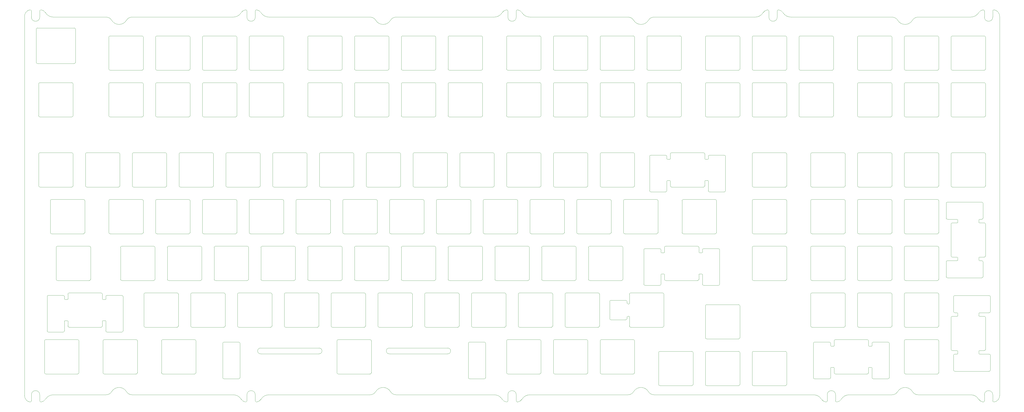
<source format=gbr>
%TF.GenerationSoftware,KiCad,Pcbnew,(6.0.2)*%
%TF.CreationDate,2022-03-07T23:39:06-05:00*%
%TF.ProjectId,FR4-fixed-layout-plate,4652342d-6669-4786-9564-2d6c61796f75,rev?*%
%TF.SameCoordinates,Original*%
%TF.FileFunction,Profile,NP*%
%FSLAX46Y46*%
G04 Gerber Fmt 4.6, Leading zero omitted, Abs format (unit mm)*
G04 Created by KiCad (PCBNEW (6.0.2)) date 2022-03-07 23:39:06*
%MOMM*%
%LPD*%
G01*
G04 APERTURE LIST*
%TA.AperFunction,Profile*%
%ADD10C,0.100000*%
%TD*%
%TA.AperFunction,Profile*%
%ADD11C,0.050000*%
%TD*%
G04 APERTURE END LIST*
D10*
X135087500Y-7000000D02*
G75*
G03*
X135587500Y-6500000I0J500000D01*
G01*
X173187500Y-73675000D02*
G75*
G03*
X173687500Y-73175000I0J500000D01*
G01*
X259412500Y-103037500D02*
G75*
G03*
X258912500Y-102537500I-500000J0D01*
G01*
X284012500Y26050000D02*
X297012500Y26050000D01*
X264962500Y-102537500D02*
G75*
G03*
X264462500Y-103037500I0J-500000D01*
G01*
X326375000Y25550000D02*
X326375000Y12550000D01*
X243547867Y33725000D02*
G75*
G03*
X241235288Y32418548I0J-2700000D01*
G01*
X247793749Y-71174999D02*
G75*
G03*
X247593750Y-70975000I-199999J0D01*
G01*
X-2237500Y-54125000D02*
G75*
G03*
X-1737500Y-54625000I500000J0D01*
G01*
X-9962500Y33725000D02*
X-9962500Y36188331D01*
X332287999Y-109274998D02*
G75*
G03*
X332088000Y-109074999I-199999J0D01*
G01*
X245912500Y-102537500D02*
G75*
G03*
X245412500Y-103037500I0J-500000D01*
G01*
X297012500Y-116537500D02*
G75*
G03*
X297512500Y-116037500I0J500000D01*
G01*
X284012500Y-73675000D02*
X297012500Y-73675000D01*
X321325000Y-22075000D02*
X321325000Y-35075000D01*
X114943750Y-111774999D02*
X127943750Y-111774999D01*
X68443750Y-113774999D02*
X74443750Y-113774999D01*
X121587500Y-6500000D02*
G75*
G03*
X122087500Y-7000000I500000J0D01*
G01*
X220812500Y-92725000D02*
G75*
G03*
X221312500Y-92225000I0J500000D01*
G01*
X261793750Y-60175000D02*
X261793750Y-62175000D01*
X168443750Y-98774999D02*
G75*
G03*
X167943750Y-99274999I0J-500000D01*
G01*
X359425000Y-98274999D02*
X359425000Y-111274999D01*
X160187500Y-73675000D02*
X173187500Y-73675000D01*
X159400000Y-22075000D02*
G75*
G03*
X158900000Y-21575000I-500000J0D01*
G01*
X247593746Y-62375001D02*
X246555750Y-62375000D01*
X59387499Y-60175000D02*
X59387499Y-73175000D01*
X297512500Y25550000D02*
X297512500Y12550000D01*
X202262500Y-79225000D02*
X202262500Y-92225000D01*
X122087500Y26050000D02*
G75*
G03*
X121587500Y25550000I0J-500000D01*
G01*
X255437499Y-40625000D02*
G75*
G03*
X254937499Y-41125000I0J-500000D01*
G01*
X55412500Y-78725000D02*
G75*
G03*
X54912500Y-79225000I0J-500000D01*
G01*
X247593747Y-62375000D02*
G75*
G03*
X247793746Y-62175001I0J199999D01*
G01*
X88250000Y-22075000D02*
X88250000Y-35075000D01*
X326875000Y-73675000D02*
X339875000Y-73675000D01*
X97487500Y-60175000D02*
G75*
G03*
X96987500Y-59675000I-500000J0D01*
G01*
X297512500Y-41125000D02*
X297512500Y-54125000D01*
X222100000Y26050000D02*
X235100000Y26050000D01*
X375774999Y-49949996D02*
X375775000Y-48912000D01*
X184000000Y-111774999D02*
X197000000Y-111774999D01*
X367175001Y-48912004D02*
X367175000Y-49950000D01*
X345925000Y-78725000D02*
G75*
G03*
X345425000Y-79225000I0J-500000D01*
G01*
X74943750Y-99274999D02*
X74943750Y-113274999D01*
X235100000Y-111774999D02*
G75*
G03*
X235600000Y-111274999I0J500000D01*
G01*
X345925000Y-59675000D02*
G75*
G03*
X345425000Y-60175000I0J-500000D01*
G01*
X283512500Y25550000D02*
X283512500Y12550000D01*
X154924999Y-54125000D02*
G75*
G03*
X155424999Y-54625000I500000J0D01*
G01*
X283512500Y-22075000D02*
X283512500Y-35075000D01*
X317350000Y-97774999D02*
X330350000Y-97774999D01*
X307825000Y-59675000D02*
G75*
G03*
X307325000Y-60175000I0J-500000D01*
G01*
X59675000Y-6500000D02*
G75*
G03*
X60175000Y-7000000I500000J0D01*
G01*
X77787500Y33725000D02*
G75*
G03*
X81187500Y33725000I1700000J0D01*
G01*
X362475000Y-42212000D02*
X362475000Y-48212000D01*
X6999999Y-22075000D02*
G75*
G03*
X6499999Y-21575000I-500000J0D01*
G01*
X169712500Y-78725000D02*
X182712500Y-78725000D01*
X178450000Y-22075000D02*
G75*
G03*
X177950000Y-21575000I-500000J0D01*
G01*
X207812500Y-78725000D02*
X220812500Y-78725000D01*
X135875000Y-41125000D02*
X135875000Y-54125000D01*
X379975001Y-110687999D02*
G75*
G03*
X380475001Y-110187999I0J500000D01*
G01*
X247006250Y-92725000D02*
G75*
G03*
X247506250Y-92225000I0J500000D01*
G01*
X297012500Y-35575000D02*
G75*
G03*
X297512500Y-35075000I0J500000D01*
G01*
X35075000Y12050000D02*
G75*
G03*
X35575000Y12550000I0J500000D01*
G01*
X272613000Y-23075000D02*
G75*
G03*
X272113001Y-22574999I-500000J1D01*
G01*
X79225000Y7000000D02*
G75*
G03*
X78725000Y6500000I0J-500000D01*
G01*
X5406250Y-92725000D02*
X18406250Y-92725000D01*
X13643749Y-73675000D02*
G75*
G03*
X14143749Y-73175000I0J500000D01*
G01*
X59675000Y-41125000D02*
X59675000Y-54125000D01*
X4906250Y-79225000D02*
X4906250Y-81225000D01*
X7500000Y14800000D02*
X-7500000Y14800000D01*
X203049999Y26050000D02*
X216049999Y26050000D01*
X207025000Y-41125000D02*
G75*
G03*
X206525000Y-40625000I-500000J0D01*
G01*
X359425000Y25550000D02*
X359425000Y12550000D01*
X45887500Y-59675000D02*
X58887499Y-59675000D01*
X265612999Y-33074999D02*
G75*
G03*
X265413000Y-32875000I-199999J0D01*
G01*
X41125000Y-40625000D02*
X54125000Y-40625000D01*
X159400000Y-22075000D02*
X159400000Y-35075000D01*
X254150000Y12050000D02*
G75*
G03*
X254650000Y12550000I0J500000D01*
G01*
X216549999Y-98274999D02*
G75*
G03*
X216049999Y-97774999I-500000J0D01*
G01*
X18906250Y-79225000D02*
G75*
G03*
X18406250Y-78725000I-500000J0D01*
G01*
X248293750Y-59675000D02*
X261293750Y-59675000D01*
X189831237Y35459375D02*
G75*
G03*
X188026987Y36681405I-2287481J-1434375D01*
G01*
X125562500Y-92725000D02*
G75*
G03*
X126062500Y-92225000I0J500000D01*
G01*
X339875000Y-7000000D02*
G75*
G03*
X340375000Y-6500000I0J500000D01*
G01*
X284012500Y-102537500D02*
X297012500Y-102537500D01*
X345425000Y25550000D02*
X345425000Y12550000D01*
X377975000Y-50150000D02*
X375975000Y-50150000D01*
X221600000Y-111274999D02*
G75*
G03*
X222100000Y-111774999I500000J0D01*
G01*
X326875000Y-7000000D02*
X339875000Y-7000000D01*
X378037500Y33725000D02*
G75*
G03*
X381437500Y33725000I1700000J0D01*
G01*
X340427133Y-120274999D02*
X322965933Y-120274999D01*
X221600000Y-22075000D02*
X221600000Y-35075000D01*
X184000000Y-21575000D02*
X197000000Y-21575000D01*
X330350000Y-111774999D02*
G75*
G03*
X330850001Y-111275000I1J500000D01*
G01*
X68443750Y-98774999D02*
X74443750Y-98774999D01*
X197000000Y-111774999D02*
G75*
G03*
X197500000Y-111274999I0J500000D01*
G01*
X345425000Y-6500000D02*
G75*
G03*
X345925000Y-7000000I500000J0D01*
G01*
X326875000Y-78725000D02*
X339875000Y-78725000D01*
X378475000Y-50650000D02*
G75*
G03*
X377975000Y-50150000I-500000J0D01*
G01*
X245125000Y-41125000D02*
G75*
G03*
X244625000Y-40625000I-500000J0D01*
G01*
X83199999Y-22075000D02*
X83199999Y-35075000D01*
X41125000Y12050000D02*
X54125000Y12050000D01*
X264462500Y-83987500D02*
X264462500Y-96987500D01*
X376975000Y-72588000D02*
X375975000Y-72588000D01*
X58887499Y-73675000D02*
G75*
G03*
X59387499Y-73175000I0J500000D01*
G01*
X9381250Y-98274999D02*
X9381250Y-111274999D01*
X154137500Y-7000000D02*
G75*
G03*
X154637500Y-6500000I0J500000D01*
G01*
X192737499Y-60175000D02*
G75*
G03*
X192237499Y-59675000I-500000J0D01*
G01*
X378475000Y6500000D02*
G75*
G03*
X377975000Y7000000I-500000J0D01*
G01*
X375974999Y-48712001D02*
G75*
G03*
X375775000Y-48912000I0J-199999D01*
G01*
X326875000Y-78725000D02*
G75*
G03*
X326375000Y-79225000I0J-500000D01*
G01*
X168924999Y-41125000D02*
X168924999Y-54125000D01*
X97774999Y-54125000D02*
G75*
G03*
X98274999Y-54625000I500000J0D01*
G01*
X135731250Y-103584375D02*
X159543750Y-103584375D01*
X248737000Y-23075000D02*
G75*
G03*
X248237000Y-22575000I-500000J0D01*
G01*
X96987500Y-73675000D02*
G75*
G03*
X97487500Y-73175000I0J500000D01*
G01*
X222100000Y7000000D02*
G75*
G03*
X221600000Y6500000I0J-500000D01*
G01*
X184000000Y-97774999D02*
X197000000Y-97774999D01*
X377975001Y-102249999D02*
G75*
G03*
X378475002Y-101750000I1J500000D01*
G01*
X340375000Y-41125000D02*
G75*
G03*
X339875000Y-40625000I-500000J0D01*
G01*
X326375000Y-60175000D02*
X326375000Y-73175000D01*
X270231750Y-75175000D02*
X270231750Y-62175000D01*
X19693750Y-111774999D02*
X32693750Y-111774999D01*
X-4168762Y35459375D02*
G75*
G03*
X-1034066Y33725000I3134696J1965625D01*
G01*
X326875000Y-21575000D02*
G75*
G03*
X326375000Y-22075000I0J-500000D01*
G01*
X79225000Y-7000000D02*
X92225000Y-7000000D01*
X207312500Y-92225000D02*
G75*
G03*
X207812500Y-92725000I500000J0D01*
G01*
X254650000Y25550000D02*
G75*
G03*
X254150000Y26050000I-500000J0D01*
G01*
X212575000Y-54625000D02*
X225575000Y-54625000D01*
X19106253Y-90025000D02*
G75*
G03*
X18906254Y-90224999I0J-199999D01*
G01*
X345425000Y-73175000D02*
G75*
G03*
X345925000Y-73675000I500000J0D01*
G01*
X182712500Y-92725000D02*
G75*
G03*
X183212500Y-92225000I0J500000D01*
G01*
X54625000Y25550000D02*
G75*
G03*
X54125000Y26050000I-500000J0D01*
G01*
X254650000Y25550000D02*
X254650000Y12550000D01*
X316649997Y-100474999D02*
G75*
G03*
X316849996Y-100275000I0J199999D01*
G01*
X178509067Y-120274999D02*
X138547867Y-120274999D01*
X345925000Y-7000000D02*
X358925000Y-7000000D01*
X18406250Y-92725000D02*
G75*
G03*
X18906251Y-92225001I1J500000D01*
G01*
X43506250Y-97774999D02*
X56506250Y-97774999D01*
X179237499Y-73675000D02*
X192237499Y-73675000D01*
X234006250Y-92725000D02*
X247006250Y-92725000D01*
X315612003Y-109074999D02*
G75*
G03*
X315412004Y-109274998I0J-199999D01*
G01*
X20344250Y-94225000D02*
G75*
G03*
X20844249Y-94725001I500000J-1D01*
G01*
X126350000Y-35075000D02*
G75*
G03*
X126850000Y-35575000I500000J0D01*
G01*
X317437500Y-120274999D02*
X317437500Y-122739477D01*
X340375000Y-22075000D02*
G75*
G03*
X339875000Y-21575000I-500000J0D01*
G01*
X59387499Y-60175000D02*
G75*
G03*
X58887499Y-59675000I-500000J0D01*
G01*
X284012500Y-21575000D02*
X297012500Y-21575000D01*
X59675000Y-54125000D02*
G75*
G03*
X60175000Y-54625000I500000J0D01*
G01*
X303062500Y12050000D02*
X316062500Y12050000D01*
X245912500Y-116537500D02*
X258912500Y-116537500D01*
X308912000Y-113774999D02*
X314912000Y-113774999D01*
X316562500Y25550000D02*
G75*
G03*
X316062500Y26050000I-500000J0D01*
G01*
X-10553408Y-123229996D02*
G75*
G03*
X-9962498Y-122738331I90998J491560D01*
G01*
X340375000Y6500000D02*
G75*
G03*
X339875000Y7000000I-500000J0D01*
G01*
X283512500Y-6500000D02*
G75*
G03*
X284012500Y-7000000I500000J0D01*
G01*
X307325000Y-41125000D02*
X307325000Y-54125000D01*
X217337500Y-59675000D02*
X230337500Y-59675000D01*
X345925000Y26050000D02*
G75*
G03*
X345425000Y25550000I0J-500000D01*
G01*
X202549999Y-22075000D02*
X202549999Y-35075000D01*
X26837500Y-59675000D02*
X39837500Y-59675000D01*
X154637500Y6500000D02*
X154637500Y-6500000D01*
X314912000Y-113774999D02*
G75*
G03*
X315412001Y-113275000I1J500000D01*
G01*
X316850000Y-111274999D02*
G75*
G03*
X317349999Y-111775000I500000J-1D01*
G01*
X26837500Y-59675000D02*
G75*
G03*
X26337500Y-60175000I0J-500000D01*
G01*
X74443750Y-113774999D02*
G75*
G03*
X74943750Y-113274999I0J500000D01*
G01*
X187475000Y-54625000D02*
G75*
G03*
X187975000Y-54125000I0J500000D01*
G01*
X297012500Y-73675000D02*
G75*
G03*
X297512500Y-73175000I0J500000D01*
G01*
X203049999Y-97774999D02*
G75*
G03*
X202549999Y-98274999I0J-500000D01*
G01*
X69199999Y-22075000D02*
X69199999Y-35075000D01*
X222100000Y-97774999D02*
G75*
G03*
X221600000Y-98274999I0J-500000D01*
G01*
X241150000Y7000000D02*
G75*
G03*
X240650000Y6500000I0J-500000D01*
G01*
X316562500Y25550000D02*
X316562500Y12550000D01*
X269731750Y-75675000D02*
G75*
G03*
X270231750Y-75175000I0J500000D01*
G01*
X226075000Y-41125000D02*
G75*
G03*
X225575000Y-40625000I-500000J0D01*
G01*
X307325000Y-92225000D02*
G75*
G03*
X307825000Y-92725000I500000J0D01*
G01*
X150162500Y-79225000D02*
X150162500Y-92225000D01*
X149875000Y-41125000D02*
X149875000Y-54125000D01*
X20344250Y-80225000D02*
X20344250Y-81225000D01*
X117324999Y-40625000D02*
G75*
G03*
X116824999Y-41125000I0J-500000D01*
G01*
X160187500Y-59675000D02*
X173187500Y-59675000D01*
X193025000Y-41125000D02*
X193025000Y-54125000D01*
X50650000Y-21575000D02*
X63650000Y-21575000D01*
X250675000Y-21575000D02*
G75*
G03*
X250175000Y-22075000I0J-500000D01*
G01*
X320825000Y-92725000D02*
G75*
G03*
X321325000Y-92225000I0J500000D01*
G01*
X264962500Y26050000D02*
G75*
G03*
X264462500Y25550000I0J-500000D01*
G01*
X345925000Y-21575000D02*
X358925000Y-21575000D01*
X235600000Y25550000D02*
G75*
G03*
X235100000Y26050000I-500000J0D01*
G01*
X173975000Y-54125000D02*
G75*
G03*
X174475000Y-54625000I500000J0D01*
G01*
X-10553408Y36679997D02*
G75*
G03*
X-12762501Y34025000I491597J-2655571D01*
G01*
X122087500Y26050000D02*
X135087500Y26050000D01*
X326875000Y-35575000D02*
X339875000Y-35575000D01*
X249974997Y-24275000D02*
G75*
G03*
X250174996Y-24075001I0J199999D01*
G01*
X187437500Y-122739477D02*
G75*
G03*
X188026987Y-123231404I500000J0D01*
G01*
X31047867Y33725000D02*
G75*
G03*
X28735288Y32418548I0J-2700000D01*
G01*
X203049999Y26050000D02*
G75*
G03*
X202549999Y25550000I0J-500000D01*
G01*
X49362500Y-92725000D02*
G75*
G03*
X49862500Y-92225000I0J500000D01*
G01*
X173687500Y6500000D02*
G75*
G03*
X173187500Y7000000I-500000J0D01*
G01*
X74462499Y-78725000D02*
X87462499Y-78725000D01*
X268937500Y-41125000D02*
G75*
G03*
X268437500Y-40625000I-500000J0D01*
G01*
X116824999Y-41125000D02*
X116824999Y-54125000D01*
X54912500Y-92225000D02*
G75*
G03*
X55412500Y-92725000I500000J0D01*
G01*
X54625000Y-41125000D02*
G75*
G03*
X54125000Y-40625000I-500000J0D01*
G01*
X111274999Y-54625000D02*
G75*
G03*
X111774999Y-54125000I0J500000D01*
G01*
X155424999Y-40625000D02*
G75*
G03*
X154924999Y-41125000I0J-500000D01*
G01*
X283512500Y-116037500D02*
G75*
G03*
X284012500Y-116537500I500000J0D01*
G01*
X98274999Y-40625000D02*
G75*
G03*
X97774999Y-41125000I0J-500000D01*
G01*
X22075000Y-54625000D02*
X35075000Y-54625000D01*
X19193750Y-98274999D02*
X19193750Y-111274999D01*
X320825000Y-35575000D02*
G75*
G03*
X321325000Y-35075000I0J500000D01*
G01*
X216549999Y-98274999D02*
X216549999Y-111274999D01*
X345925000Y-35575000D02*
X358925000Y-35575000D01*
X183212500Y-79225000D02*
G75*
G03*
X182712500Y-78725000I-500000J0D01*
G01*
X345925000Y-21575000D02*
G75*
G03*
X345425000Y-22075000I0J-500000D01*
G01*
X160187500Y-7000000D02*
X173187500Y-7000000D01*
X326375000Y-6500000D02*
G75*
G03*
X326875000Y-7000000I500000J0D01*
G01*
X365475001Y-86311999D02*
G75*
G03*
X365975001Y-86811999I500000J0D01*
G01*
X367175001Y-64350004D02*
X367175000Y-65388000D01*
X73175000Y-54625000D02*
G75*
G03*
X73675000Y-54125000I0J500000D01*
G01*
X19106254Y-90024999D02*
X20144250Y-90025000D01*
X92225000Y-7000000D02*
G75*
G03*
X92725000Y-6500000I0J500000D01*
G01*
X140637500Y12550000D02*
G75*
G03*
X141137500Y12050000I500000J0D01*
G01*
X241150000Y-7000000D02*
X254150000Y-7000000D01*
X103037500Y7000000D02*
X116037500Y7000000D01*
X75393763Y-122009374D02*
G75*
G03*
X72259067Y-120274999I-3134696J-1965625D01*
G01*
X315412000Y-99274999D02*
X315412000Y-100274999D01*
X316062500Y-7000000D02*
G75*
G03*
X316562500Y-6500000I0J500000D01*
G01*
X59675000Y25550000D02*
X59675000Y12550000D01*
X345425000Y-35075000D02*
G75*
G03*
X345925000Y-35575000I500000J0D01*
G01*
X77198013Y36681405D02*
G75*
G03*
X75393763Y35459375I483231J-2656405D01*
G01*
X239855750Y-60675000D02*
X245855750Y-60675000D01*
X103037500Y-73675000D02*
X116037500Y-73675000D01*
X202262500Y-79225000D02*
G75*
G03*
X201762500Y-78725000I-500000J0D01*
G01*
X340427133Y-120274999D02*
G75*
G03*
X342739712Y-118968547I0J2700000D01*
G01*
X116537500Y25550000D02*
X116537500Y12550000D01*
X203049999Y7000000D02*
G75*
G03*
X202549999Y6500000I0J-500000D01*
G01*
X264962500Y12050000D02*
X277962500Y12050000D01*
X31100000Y-22075000D02*
X31100000Y-35075000D01*
X77937500Y-73675000D02*
G75*
G03*
X78437500Y-73175000I0J500000D01*
G01*
X116037500Y12050000D02*
G75*
G03*
X116537500Y12550000I0J500000D01*
G01*
X-4618750Y-111274999D02*
G75*
G03*
X-4118750Y-111774999I500000J0D01*
G01*
X164450000Y-35075000D02*
G75*
G03*
X164950000Y-35575000I500000J0D01*
G01*
X359425000Y-79225000D02*
X359425000Y-92225000D01*
X-7000000Y-35075000D02*
G75*
G03*
X-6500000Y-35575000I500000J0D01*
G01*
X83581237Y35459375D02*
G75*
G03*
X86715933Y33725000I3134696J1965625D01*
G01*
X55412500Y-92725000D02*
X68412500Y-92725000D01*
X188762500Y-78725000D02*
X201762500Y-78725000D01*
X375975001Y-88249999D02*
X377975001Y-88249999D01*
X340375000Y-60175000D02*
G75*
G03*
X339875000Y-59675000I-500000J0D01*
G01*
X263231750Y-75175000D02*
G75*
G03*
X263731749Y-75675001I500000J-1D01*
G01*
X183500000Y-35075000D02*
G75*
G03*
X184000000Y-35575000I500000J0D01*
G01*
X381437500Y-120274999D02*
X381437500Y-122738330D01*
X321325000Y-22075000D02*
G75*
G03*
X320825000Y-21575000I-500000J0D01*
G01*
X316562500Y6500000D02*
G75*
G03*
X316062500Y7000000I-500000J0D01*
G01*
X107800000Y-21575000D02*
G75*
G03*
X107300000Y-22075000I0J-500000D01*
G01*
X127927133Y-120274999D02*
G75*
G03*
X130239712Y-118968547I0J2700000D01*
G01*
X222100000Y-111774999D02*
X235100000Y-111774999D01*
X40337500Y-60175000D02*
G75*
G03*
X39837500Y-59675000I-500000J0D01*
G01*
X265613000Y-37075000D02*
G75*
G03*
X266112999Y-37575001I500000J-1D01*
G01*
X233000000Y-83225000D02*
X233306250Y-83225000D01*
X345425000Y-41125000D02*
X345425000Y-54125000D01*
X114943750Y-97774999D02*
G75*
G03*
X114443750Y-98274999I0J-500000D01*
G01*
X284012500Y-59675000D02*
X297012500Y-59675000D01*
X340375000Y-60175000D02*
X340375000Y-73175000D01*
X235100000Y-7000000D02*
G75*
G03*
X235600000Y-6500000I0J500000D01*
G01*
X233506250Y-92225000D02*
X233506249Y-88424999D01*
X265613000Y-37075000D02*
X265613000Y-33075000D01*
X203049999Y7000000D02*
X216049999Y7000000D01*
X73675000Y6500000D02*
G75*
G03*
X73175000Y7000000I-500000J0D01*
G01*
X345925000Y-59675000D02*
X358925000Y-59675000D01*
X297012500Y12050000D02*
G75*
G03*
X297512500Y12550000I0J500000D01*
G01*
X-12762500Y-120575000D02*
X-12762500Y34025000D01*
X36362500Y-78725000D02*
G75*
G03*
X35862500Y-79225000I0J-500000D01*
G01*
X168424999Y-54625000D02*
G75*
G03*
X168924999Y-54125000I0J500000D01*
G01*
X20844250Y-79725000D02*
G75*
G03*
X20344250Y-80225000I0J-500000D01*
G01*
X250175000Y-22075000D02*
X250175000Y-24075000D01*
X221600000Y-98274999D02*
X221600000Y-111274999D01*
X351047867Y33725000D02*
G75*
G03*
X348735288Y32418548I0J-2700000D01*
G01*
X184000000Y7000000D02*
X197000000Y7000000D01*
X64937500Y-59675000D02*
X77937500Y-59675000D01*
X140637500Y-60175000D02*
X140637500Y-73175000D01*
X22075000Y7000000D02*
X35075000Y7000000D01*
X45100000Y-22075000D02*
G75*
G03*
X44600000Y-21575000I-500000J0D01*
G01*
X102537500Y12550000D02*
G75*
G03*
X103037500Y12050000I500000J0D01*
G01*
X130824999Y-41125000D02*
X130824999Y-54125000D01*
X20844250Y-79725000D02*
X26844250Y-79725000D01*
X32693750Y-111774999D02*
G75*
G03*
X33193750Y-111274999I0J500000D01*
G01*
X60175000Y-40625000D02*
G75*
G03*
X59675000Y-41125000I0J-500000D01*
G01*
X362975000Y-41712000D02*
G75*
G03*
X362475000Y-42212000I0J-500000D01*
G01*
X283512500Y6500000D02*
X283512500Y-6500000D01*
X141137500Y12050000D02*
X154137500Y12050000D01*
X114443750Y-98274999D02*
X114443750Y-111274999D01*
X188026987Y-123231404D02*
G75*
G03*
X189831237Y-122009374I-483231J2656405D01*
G01*
X174943750Y-99274999D02*
X174943750Y-113274999D01*
X277962500Y-7000000D02*
G75*
G03*
X278462500Y-6500000I0J500000D01*
G01*
X643749Y-59675000D02*
G75*
G03*
X143749Y-60175000I0J-500000D01*
G01*
X173687500Y-60175000D02*
X173687500Y-73175000D01*
X164162500Y-79225000D02*
X164162500Y-92225000D01*
X141137500Y-59675000D02*
G75*
G03*
X140637500Y-60175000I0J-500000D01*
G01*
X202549999Y-6500000D02*
G75*
G03*
X203049999Y-7000000I500000J0D01*
G01*
X187437500Y-120274999D02*
G75*
G03*
X184037500Y-120274999I-1700000J0D01*
G01*
X326875000Y26050000D02*
X339875000Y26050000D01*
X188026987Y36681405D02*
G75*
G03*
X187437500Y36189478I-89487J-491927D01*
G01*
X326875000Y-92725000D02*
X339875000Y-92725000D01*
X358925000Y-73675000D02*
G75*
G03*
X359425000Y-73175000I0J500000D01*
G01*
X342739712Y32418548D02*
G75*
G03*
X348735288Y32418549I2997788J1806452D01*
G01*
X177950000Y-35575000D02*
G75*
G03*
X178450000Y-35075000I0J500000D01*
G01*
X150662500Y-92725000D02*
X163662500Y-92725000D01*
X221600000Y-35075000D02*
G75*
G03*
X222100000Y-35575000I500000J0D01*
G01*
X378037500Y-122739477D02*
X378037500Y-120274999D01*
X247793750Y-73175000D02*
G75*
G03*
X248293749Y-73675001I500000J-1D01*
G01*
X150662500Y-78725000D02*
G75*
G03*
X150162500Y-79225000I0J-500000D01*
G01*
X366975001Y-65587999D02*
G75*
G03*
X367175000Y-65388000I0J199999D01*
G01*
X20344250Y-94225000D02*
X20344250Y-90225000D01*
X248293750Y-73675000D02*
X261293750Y-73675000D01*
X307825000Y-21575000D02*
G75*
G03*
X307325000Y-22075000I0J-500000D01*
G01*
X376975000Y-72588000D02*
G75*
G03*
X377475000Y-72088000I0J500000D01*
G01*
X173687500Y25550000D02*
G75*
G03*
X173187500Y26050000I-500000J0D01*
G01*
X128443750Y-98274999D02*
X128443750Y-111274999D01*
X212575000Y-40625000D02*
G75*
G03*
X212075000Y-41125000I0J-500000D01*
G01*
X235239712Y32418548D02*
G75*
G03*
X241235288Y32418549I2997788J1806452D01*
G01*
X381437500Y-122738330D02*
G75*
G03*
X382028409Y-123229996I500000J0D01*
G01*
X107800000Y-21575000D02*
X120799999Y-21575000D01*
X141137500Y26050000D02*
G75*
G03*
X140637500Y25550000I0J-500000D01*
G01*
X326375000Y-54125000D02*
G75*
G03*
X326875000Y-54625000I500000J0D01*
G01*
X83199999Y-22075000D02*
G75*
G03*
X82699999Y-21575000I-500000J0D01*
G01*
X81187500Y36189478D02*
X81187500Y33725000D01*
X-6500000Y7000000D02*
G75*
G03*
X-7000000Y6500000I0J-500000D01*
G01*
X57006250Y-98274999D02*
G75*
G03*
X56506250Y-97774999I-500000J0D01*
G01*
X264375004Y-32874999D02*
X265413000Y-32875000D01*
X45387500Y-73175000D02*
G75*
G03*
X45887500Y-73675000I500000J0D01*
G01*
X380475001Y-104187999D02*
G75*
G03*
X379975002Y-103687998I-500000J1D01*
G01*
X263031746Y-62375001D02*
X261993750Y-62375000D01*
X365975001Y-110687999D02*
X379975001Y-110687999D01*
X188762500Y-92725000D02*
X201762500Y-92725000D01*
X235100000Y12050000D02*
G75*
G03*
X235600000Y12550000I0J500000D01*
G01*
X264175000Y-33075000D02*
X264175000Y-35075000D01*
X68412500Y-92725000D02*
G75*
G03*
X68912500Y-92225000I0J500000D01*
G01*
X216049999Y-35575000D02*
G75*
G03*
X216549999Y-35075000I0J500000D01*
G01*
X184000000Y26050000D02*
G75*
G03*
X183500000Y25550000I0J-500000D01*
G01*
X376975000Y-65588000D02*
X375975000Y-65588000D01*
X203049999Y-21575000D02*
X216049999Y-21575000D01*
X326875000Y12050000D02*
X339875000Y12050000D01*
X138547867Y33725000D02*
G75*
G03*
X136235288Y32418548I0J-2700000D01*
G01*
X339875000Y-73675000D02*
G75*
G03*
X340375000Y-73175000I0J500000D01*
G01*
X21575000Y-54125000D02*
G75*
G03*
X22075000Y-54625000I500000J0D01*
G01*
X311643763Y-122009374D02*
G75*
G03*
X313448013Y-123231404I2287481J1434375D01*
G01*
X330850000Y-109274999D02*
X330850000Y-111274999D01*
X22075000Y7000000D02*
G75*
G03*
X21575000Y6500000I0J-500000D01*
G01*
X235600000Y-22075000D02*
X235600000Y-35075000D01*
X12549999Y-35575000D02*
X25550000Y-35575000D01*
X41125000Y7000000D02*
G75*
G03*
X40625000Y6500000I0J-500000D01*
G01*
X98274999Y-54625000D02*
X111274999Y-54625000D01*
X160187500Y26050000D02*
X173187500Y26050000D01*
X377975000Y-7000000D02*
G75*
G03*
X378475000Y-6500000I0J500000D01*
G01*
X202549999Y25550000D02*
X202549999Y12550000D01*
X246555754Y-70974999D02*
X247593750Y-70975000D01*
X307325000Y-54125000D02*
G75*
G03*
X307825000Y-54625000I500000J0D01*
G01*
X284012500Y-40625000D02*
X297012500Y-40625000D01*
X122087500Y-59675000D02*
G75*
G03*
X121587500Y-60175000I0J-500000D01*
G01*
X-6562500Y-120275000D02*
X-6562500Y-122739477D01*
X358925000Y-111774999D02*
G75*
G03*
X359425000Y-111274999I0J500000D01*
G01*
X339875000Y-35575000D02*
G75*
G03*
X340375000Y-35075000I0J500000D01*
G01*
X106512499Y-92725000D02*
G75*
G03*
X107012499Y-92225000I0J500000D01*
G01*
X365975001Y-103687999D02*
G75*
G03*
X365475001Y-104187999I0J-500000D01*
G01*
X49862500Y-79225000D02*
X49862500Y-92225000D01*
X332288000Y-113274999D02*
G75*
G03*
X332787999Y-113775000I500000J-1D01*
G01*
X5406250Y-78725000D02*
G75*
G03*
X4906250Y-79225000I0J-500000D01*
G01*
X77787500Y36189478D02*
G75*
G03*
X77198013Y36681405I-500000J0D01*
G01*
X49862500Y-79225000D02*
G75*
G03*
X49362500Y-78725000I-500000J0D01*
G01*
X73675000Y6500000D02*
X73675000Y-6500000D01*
X54125000Y-7000000D02*
G75*
G03*
X54625000Y-6500000I0J500000D01*
G01*
X155424999Y-40625000D02*
X168424999Y-40625000D01*
X345425000Y-111274999D02*
G75*
G03*
X345925000Y-111774999I500000J0D01*
G01*
X184000000Y-7000000D02*
X197000000Y-7000000D01*
X330850001Y-100275000D02*
G75*
G03*
X331050000Y-100474999I199999J0D01*
G01*
X375775001Y-103487996D02*
G75*
G03*
X375975000Y-103687995I199999J0D01*
G01*
X144612499Y-92725000D02*
G75*
G03*
X145112499Y-92225000I0J500000D01*
G01*
X22075000Y26050000D02*
G75*
G03*
X21575000Y25550000I0J-500000D01*
G01*
X181643763Y-122009374D02*
G75*
G03*
X183448013Y-123231404I2287481J1434375D01*
G01*
X359425000Y-41125000D02*
G75*
G03*
X358925000Y-40625000I-500000J0D01*
G01*
X277962500Y-116537500D02*
G75*
G03*
X278462500Y-116037500I0J500000D01*
G01*
X307325000Y-73175000D02*
G75*
G03*
X307825000Y-73675000I500000J0D01*
G01*
X243547867Y33725000D02*
X284759067Y33725000D01*
X183500000Y25550000D02*
X183500000Y12550000D01*
X297512500Y-103037500D02*
X297512500Y-116037500D01*
X378475000Y-22075000D02*
X378475000Y-35075000D01*
X339288000Y-99274999D02*
G75*
G03*
X338788000Y-98774999I-500000J0D01*
G01*
X266113000Y-22575000D02*
G75*
G03*
X265613000Y-23075000I0J-500000D01*
G01*
X83987500Y-59675000D02*
X96987500Y-59675000D01*
X364475001Y-101749999D02*
X364475001Y-88749999D01*
X143749Y-73175000D02*
G75*
G03*
X643749Y-73675000I500000J0D01*
G01*
X216549999Y-22075000D02*
X216549999Y-35075000D01*
X21575000Y6500000D02*
X21575000Y-6500000D01*
X366975001Y-50149999D02*
G75*
G03*
X367175000Y-49950000I0J199999D01*
G01*
X160187500Y-59675000D02*
G75*
G03*
X159687500Y-60175000I0J-500000D01*
G01*
X20427133Y-120274999D02*
X-1034066Y-120274999D01*
X164162500Y-79225000D02*
G75*
G03*
X163662500Y-78725000I-500000J0D01*
G01*
X365975001Y-103687999D02*
X366975001Y-103687999D01*
X207812500Y-78725000D02*
G75*
G03*
X207312500Y-79225000I0J-500000D01*
G01*
X375974999Y-64150001D02*
G75*
G03*
X375775000Y-64350000I0J-199999D01*
G01*
X140637500Y-73175000D02*
G75*
G03*
X141137500Y-73675000I500000J0D01*
G01*
X183448013Y-123231404D02*
G75*
G03*
X184037500Y-122739477I89487J491927D01*
G01*
X362475000Y-72088000D02*
G75*
G03*
X362975000Y-72588000I500000J0D01*
G01*
X264962500Y7000000D02*
G75*
G03*
X264462500Y6500000I0J-500000D01*
G01*
X378037500Y33725000D02*
X378037500Y36189478D01*
X19693750Y-97774999D02*
X32693750Y-97774999D01*
X254650000Y6500000D02*
X254650000Y-6500000D01*
X297512500Y25550000D02*
G75*
G03*
X297012500Y26050000I-500000J0D01*
G01*
X321325000Y-41125000D02*
G75*
G03*
X320825000Y-40625000I-500000J0D01*
G01*
X68912500Y-79225000D02*
X68912500Y-92225000D01*
X364975001Y-88249999D02*
X366975001Y-88249999D01*
X81776987Y-123231404D02*
G75*
G03*
X83581237Y-122009374I-483231J2656405D01*
G01*
X315412000Y-113274999D02*
X315412000Y-109274999D01*
X139850000Y-35575000D02*
G75*
G03*
X140350000Y-35075000I0J500000D01*
G01*
X232927133Y-120274999D02*
X192965933Y-120274999D01*
X379975001Y-103687999D02*
X375975001Y-103687999D01*
X154137500Y-73675000D02*
G75*
G03*
X154637500Y-73175000I0J500000D01*
G01*
X189831237Y35459375D02*
G75*
G03*
X192965933Y33725000I3134696J1965625D01*
G01*
X380475001Y-80311999D02*
G75*
G03*
X379975001Y-79811999I-500000J0D01*
G01*
X64937500Y-73675000D02*
X77937500Y-73675000D01*
X375975001Y-102249999D02*
X377975001Y-102249999D01*
X183212500Y-79225000D02*
X183212500Y-92225000D01*
X31600000Y-21575000D02*
X44600000Y-21575000D01*
X240650000Y12550000D02*
G75*
G03*
X241150000Y12050000I500000J0D01*
G01*
X264462500Y-116037500D02*
G75*
G03*
X264962500Y-116537500I500000J0D01*
G01*
X98274999Y-40625000D02*
X111274999Y-40625000D01*
X114443750Y-111274999D02*
G75*
G03*
X114943750Y-111774999I500000J0D01*
G01*
X92225000Y12050000D02*
G75*
G03*
X92725000Y12550000I0J500000D01*
G01*
X135587500Y25550000D02*
G75*
G03*
X135087500Y26050000I-500000J0D01*
G01*
X9381250Y-98274999D02*
G75*
G03*
X8881250Y-97774999I-500000J0D01*
G01*
X183500000Y-6500000D02*
G75*
G03*
X184000000Y-7000000I500000J0D01*
G01*
X261993754Y-70974999D02*
X263031750Y-70975000D01*
X330850000Y-98274999D02*
X330850000Y-100274999D01*
X231625000Y-54625000D02*
X244625000Y-54625000D01*
X203049999Y-21575000D02*
G75*
G03*
X202549999Y-22075000I0J-500000D01*
G01*
X297512500Y-22075000D02*
G75*
G03*
X297012500Y-21575000I-500000J0D01*
G01*
X264462500Y-96987500D02*
G75*
G03*
X264962500Y-97487500I500000J0D01*
G01*
X122087500Y-59675000D02*
X135087500Y-59675000D01*
X35575000Y-41125000D02*
X35575000Y-54125000D01*
X378475000Y-50650000D02*
X378475000Y-63650000D01*
X284012500Y-40625000D02*
G75*
G03*
X283512500Y-41125000I0J-500000D01*
G01*
X193525000Y-54625000D02*
X206525000Y-54625000D01*
X254937499Y-41125000D02*
X254937499Y-54125000D01*
X231625000Y-40625000D02*
X244625000Y-40625000D01*
X340375000Y-79225000D02*
G75*
G03*
X339875000Y-78725000I-500000J0D01*
G01*
X168443750Y-113774999D02*
X174443750Y-113774999D01*
X375775000Y-88049995D02*
X375775001Y-87011999D01*
X290287500Y33725000D02*
G75*
G03*
X293687500Y33725000I1700000J0D01*
G01*
X307325000Y-35075000D02*
G75*
G03*
X307825000Y-35575000I500000J0D01*
G01*
X362975000Y-65588000D02*
X366975000Y-65588000D01*
X211787500Y-60175000D02*
X211787500Y-73175000D01*
X60175000Y-40625000D02*
X73175000Y-40625000D01*
X326375000Y-79225000D02*
X326375000Y-92225000D01*
X331050003Y-109074999D02*
G75*
G03*
X330850004Y-109274998I0J-199999D01*
G01*
X247506250Y-79225000D02*
X247506250Y-92225000D01*
X-6500000Y-35575000D02*
X6499999Y-35575000D01*
X57006250Y-98274999D02*
X57006250Y-111274999D01*
X377975000Y-64150000D02*
X375975000Y-64150000D01*
X197500000Y25550000D02*
G75*
G03*
X197000000Y26050000I-500000J0D01*
G01*
X5406250Y-78725000D02*
X18406250Y-78725000D01*
X140350000Y-22075000D02*
G75*
G03*
X139850000Y-21575000I-500000J0D01*
G01*
X235600000Y25550000D02*
X235600000Y12550000D01*
X41125000Y-7000000D02*
X54125000Y-7000000D01*
X264462500Y-103037500D02*
X264462500Y-116037500D01*
X145900000Y-35575000D02*
X158900000Y-35575000D01*
X643749Y-73675000D02*
X13643749Y-73675000D01*
X375775000Y-65387997D02*
G75*
G03*
X375974999Y-65587996I199999J0D01*
G01*
X25550000Y-35575000D02*
G75*
G03*
X26050000Y-35075000I0J500000D01*
G01*
X379975001Y-79811999D02*
X366975001Y-79811999D01*
X207312500Y-79225000D02*
X207312500Y-92225000D01*
X167943750Y-99274999D02*
X167943750Y-113274999D01*
X197500000Y-22075000D02*
G75*
G03*
X197000000Y-21575000I-500000J0D01*
G01*
X20344249Y-90224999D02*
G75*
G03*
X20144250Y-90025000I-199999J0D01*
G01*
X297512500Y-60175000D02*
G75*
G03*
X297012500Y-59675000I-500000J0D01*
G01*
X278462500Y6500000D02*
X278462500Y-6500000D01*
X233506250Y-79225000D02*
X233506250Y-83025000D01*
X45887500Y-73675000D02*
X58887499Y-73675000D01*
X297512500Y-22075000D02*
X297512500Y-35075000D01*
X41125000Y-40625000D02*
G75*
G03*
X40625000Y-41125000I0J-500000D01*
G01*
X241150000Y7000000D02*
X254150000Y7000000D01*
X197787500Y-73175000D02*
G75*
G03*
X198287500Y-73675000I500000J0D01*
G01*
X88750000Y-35575000D02*
X101750000Y-35575000D01*
X86715933Y33725000D02*
X127927133Y33725000D01*
X359425000Y-60175000D02*
X359425000Y-73175000D01*
X235239712Y32418548D02*
G75*
G03*
X232927133Y33725000I-2312579J-1393548D01*
G01*
X64149999Y-22075000D02*
X64149999Y-35075000D01*
X303062500Y26050000D02*
X316062500Y26050000D01*
X234006250Y-78725000D02*
X247006250Y-78725000D01*
X78725000Y-41125000D02*
X78725000Y-54125000D01*
X283512500Y-60175000D02*
X283512500Y-73175000D01*
X270231750Y-61175000D02*
X270231750Y-62175000D01*
X40625000Y-41125000D02*
X40625000Y-54125000D01*
X284012500Y-35575000D02*
X297012500Y-35575000D01*
X93512499Y-92725000D02*
X106512499Y-92725000D01*
X216049999Y-111774999D02*
G75*
G03*
X216549999Y-111274999I0J500000D01*
G01*
X-6562500Y-120275000D02*
G75*
G03*
X-9962500Y-120275000I-1700000J0D01*
G01*
X345925000Y-97774999D02*
G75*
G03*
X345425000Y-98274999I0J-500000D01*
G01*
X643749Y-59675000D02*
X13643749Y-59675000D01*
X178737499Y-73175000D02*
G75*
G03*
X179237499Y-73675000I500000J0D01*
G01*
X103037500Y-7000000D02*
X116037500Y-7000000D01*
X307325000Y-60175000D02*
X307325000Y-73175000D01*
X316649996Y-100475000D02*
X315612000Y-100474999D01*
X359425000Y-60175000D02*
G75*
G03*
X358925000Y-59675000I-500000J0D01*
G01*
X326875000Y7000000D02*
X339875000Y7000000D01*
X135087500Y-73675000D02*
G75*
G03*
X135587500Y-73175000I0J500000D01*
G01*
X235600000Y6500000D02*
X235600000Y-6500000D01*
X284012500Y7000000D02*
G75*
G03*
X283512500Y6500000I0J-500000D01*
G01*
X83487500Y-60175000D02*
X83487500Y-73175000D01*
X169212500Y-79225000D02*
X169212500Y-92225000D01*
X35862500Y-92225000D02*
G75*
G03*
X36362500Y-92725000I500000J0D01*
G01*
X362475000Y-66088000D02*
X362475000Y-72088000D01*
X181643763Y-122009374D02*
G75*
G03*
X178509067Y-120274999I-3134696J-1965625D01*
G01*
X308912000Y-98774999D02*
X314912000Y-98774999D01*
X302562500Y6500000D02*
X302562500Y-6500000D01*
X8000000Y28800000D02*
G75*
G03*
X7500000Y29300000I-500000J0D01*
G01*
X245412500Y-103037500D02*
X245412500Y-116037500D01*
X86715933Y-120274999D02*
G75*
G03*
X83581237Y-122009374I0J-3700000D01*
G01*
X73675000Y-41125000D02*
G75*
G03*
X73175000Y-40625000I-500000J0D01*
G01*
X154924999Y-41125000D02*
X154924999Y-54125000D01*
X121587500Y-73175000D02*
G75*
G03*
X122087500Y-73675000I500000J0D01*
G01*
X81776987Y36681405D02*
G75*
G03*
X81187500Y36189478I-89487J-491927D01*
G01*
X187437500Y36189478D02*
X187437500Y33725000D01*
X20144247Y-81425000D02*
G75*
G03*
X20344246Y-81225001I0J199999D01*
G01*
X278462500Y-83987500D02*
G75*
G03*
X277962500Y-83487500I-500000J0D01*
G01*
X307825000Y-40625000D02*
X320825000Y-40625000D01*
X112562500Y-78725000D02*
X125562500Y-78725000D01*
X339875000Y12050000D02*
G75*
G03*
X340375000Y12550000I0J500000D01*
G01*
X364475000Y25550000D02*
X364475000Y12550000D01*
X6499999Y-7000000D02*
G75*
G03*
X6999999Y-6500000I0J500000D01*
G01*
X11762500Y-41125000D02*
G75*
G03*
X11262500Y-40625000I-500000J0D01*
G01*
X263731750Y-60675000D02*
G75*
G03*
X263231750Y-61175000I0J-500000D01*
G01*
X159687500Y-73175000D02*
G75*
G03*
X160187500Y-73675000I500000J0D01*
G01*
X43506250Y-97774999D02*
G75*
G03*
X43006250Y-98274999I0J-500000D01*
G01*
X72259067Y33725000D02*
G75*
G03*
X75393763Y35459375I0J3700000D01*
G01*
X60175000Y7000000D02*
X73175000Y7000000D01*
X93512499Y-78725000D02*
G75*
G03*
X93012499Y-79225000I0J-500000D01*
G01*
X239855750Y-60675000D02*
G75*
G03*
X239355750Y-61175000I0J-500000D01*
G01*
X60175000Y-7000000D02*
X73175000Y-7000000D01*
X365975001Y-86811999D02*
X366975001Y-86811999D01*
X241737000Y-23075000D02*
X241737000Y-37075000D01*
X232927133Y-120274999D02*
G75*
G03*
X235239712Y-118968547I0J2700000D01*
G01*
X221600000Y6500000D02*
X221600000Y-6500000D01*
X6999999Y6500000D02*
X6999999Y-6500000D01*
X107300000Y-35075000D02*
G75*
G03*
X107800000Y-35575000I500000J0D01*
G01*
X326375000Y-73175000D02*
G75*
G03*
X326875000Y-73675000I500000J0D01*
G01*
X141137500Y26050000D02*
X154137500Y26050000D01*
X313448013Y-123231404D02*
G75*
G03*
X314037500Y-122739477I89487J491927D01*
G01*
X246355750Y-61175000D02*
X246355750Y-62175000D01*
X-1737500Y-40625000D02*
X11262500Y-40625000D01*
X54625000Y25550000D02*
X54625000Y12550000D01*
X264462500Y25550000D02*
X264462500Y12550000D01*
X60175000Y12050000D02*
X73175000Y12050000D01*
X382028409Y-123229996D02*
G75*
G03*
X384237500Y-120574999I-490909J2654997D01*
G01*
X247793750Y-71175000D02*
X247793750Y-73175000D01*
X136375000Y-54625000D02*
X149375000Y-54625000D01*
X362975000Y-65588000D02*
G75*
G03*
X362474999Y-66087999I-1J-500000D01*
G01*
X378475000Y-22075000D02*
G75*
G03*
X377975000Y-21575000I-500000J0D01*
G01*
X362475000Y-48212000D02*
G75*
G03*
X362974999Y-48712001I500000J-1D01*
G01*
X241737000Y-37075000D02*
G75*
G03*
X242237000Y-37575000I500000J0D01*
G01*
X173687500Y25550000D02*
X173687500Y12550000D01*
X203049999Y-7000000D02*
X216049999Y-7000000D01*
X-7500000Y29300000D02*
X7500000Y29300000D01*
X73962499Y-79225000D02*
X73962499Y-92225000D01*
X82699999Y-35575000D02*
G75*
G03*
X83199999Y-35075000I0J500000D01*
G01*
X159687500Y25550000D02*
X159687500Y12550000D01*
X216549999Y25550000D02*
G75*
G03*
X216049999Y26050000I-500000J0D01*
G01*
X198287500Y-73675000D02*
X211287500Y-73675000D01*
X121299999Y-22075000D02*
X121299999Y-35075000D01*
X326375000Y-92225000D02*
G75*
G03*
X326875000Y-92725000I500000J0D01*
G01*
X92725000Y-41125000D02*
X92725000Y-54125000D01*
X77198013Y-123231404D02*
G75*
G03*
X77787500Y-122739477I89487J491927D01*
G01*
X263231750Y-61175000D02*
X263231750Y-62175000D01*
X187975000Y-41125000D02*
G75*
G03*
X187475000Y-40625000I-500000J0D01*
G01*
X378475000Y25550000D02*
G75*
G03*
X377975000Y26050000I-500000J0D01*
G01*
X73675000Y25550000D02*
X73675000Y12550000D01*
X3468250Y-80225000D02*
X3468250Y-81225000D01*
X364475000Y12550000D02*
G75*
G03*
X364975000Y12050000I500000J0D01*
G01*
X22075000Y-40625000D02*
X35075000Y-40625000D01*
X122087500Y-73675000D02*
X135087500Y-73675000D01*
X307825000Y-21575000D02*
X320825000Y-21575000D01*
X40625000Y12550000D02*
G75*
G03*
X41125000Y12050000I500000J0D01*
G01*
X4706247Y-81425000D02*
G75*
G03*
X4906246Y-81225001I0J199999D01*
G01*
X345425000Y-60175000D02*
X345425000Y-73175000D01*
X79225000Y-40625000D02*
G75*
G03*
X78725000Y-41125000I0J-500000D01*
G01*
X241235288Y-118968548D02*
G75*
G03*
X243547868Y-120274999I2312579J1393549D01*
G01*
X184000000Y-21575000D02*
G75*
G03*
X183500000Y-22075000I0J-500000D01*
G01*
X8000000Y28800000D02*
X8000000Y15300000D01*
X248737001Y-24075001D02*
G75*
G03*
X248937000Y-24275000I199999J0D01*
G01*
X248293750Y-59675000D02*
G75*
G03*
X247793750Y-60175000I0J-500000D01*
G01*
X221600000Y12550000D02*
G75*
G03*
X222100000Y12050000I500000J0D01*
G01*
X303062500Y7000000D02*
X316062500Y7000000D01*
X149375000Y-54625000D02*
G75*
G03*
X149875000Y-54125000I0J500000D01*
G01*
X117324999Y-54625000D02*
X130324999Y-54625000D01*
X60175000Y26050000D02*
G75*
G03*
X59675000Y25550000I0J-500000D01*
G01*
X-3031750Y-94725000D02*
X2968250Y-94725000D01*
X377975000Y-35575000D02*
G75*
G03*
X378475000Y-35075000I0J500000D01*
G01*
X111774999Y-41125000D02*
G75*
G03*
X111274999Y-40625000I-500000J0D01*
G01*
X107156250Y-101203125D02*
X83343750Y-101203125D01*
X302562500Y25550000D02*
X302562500Y12550000D01*
X12549999Y-21575000D02*
X25550000Y-21575000D01*
X326875000Y-40625000D02*
G75*
G03*
X326375000Y-41125000I0J-500000D01*
G01*
X173975000Y-41125000D02*
X173975000Y-54125000D01*
X248737000Y-23075000D02*
X248737000Y-24075000D01*
X18906251Y-81225001D02*
G75*
G03*
X19106250Y-81425000I199999J0D01*
G01*
X92725000Y25550000D02*
G75*
G03*
X92225000Y26050000I-500000J0D01*
G01*
X296081237Y35459375D02*
G75*
G03*
X294276987Y36681405I-2287481J-1434375D01*
G01*
X263031747Y-62375000D02*
G75*
G03*
X263231746Y-62175001I0J199999D01*
G01*
X54125000Y12050000D02*
G75*
G03*
X54625000Y12550000I0J500000D01*
G01*
X36362500Y-78725000D02*
X49362500Y-78725000D01*
X154637500Y-60175000D02*
X154637500Y-73175000D01*
X248237000Y-37575000D02*
G75*
G03*
X248737001Y-37075001I1J500000D01*
G01*
X345925000Y-97774999D02*
X358925000Y-97774999D01*
X216049999Y12050000D02*
G75*
G03*
X216549999Y12550000I0J500000D01*
G01*
X103037500Y26050000D02*
X116037500Y26050000D01*
X56506250Y-111774999D02*
G75*
G03*
X57006250Y-111274999I0J500000D01*
G01*
X241150000Y12050000D02*
X254150000Y12050000D01*
X184037500Y36189478D02*
G75*
G03*
X183448013Y36681405I-500000J0D01*
G01*
X297012500Y-54625000D02*
G75*
G03*
X297512500Y-54125000I0J500000D01*
G01*
X230837500Y-60175000D02*
G75*
G03*
X230337500Y-59675000I-500000J0D01*
G01*
X63650000Y-35575000D02*
G75*
G03*
X64150000Y-35075000I0J500000D01*
G01*
X22739712Y32418548D02*
G75*
G03*
X20427133Y33725000I-2312579J-1393548D01*
G01*
X261793750Y-71175000D02*
X261793750Y-73175000D01*
X263731750Y-75675000D02*
X269731750Y-75675000D01*
X297512500Y-103037500D02*
G75*
G03*
X297012500Y-102537500I-500000J0D01*
G01*
X-12762500Y-120575000D02*
G75*
G03*
X-10553410Y-123229998I2700689J572D01*
G01*
X198287500Y-59675000D02*
G75*
G03*
X197787500Y-60175000I0J-500000D01*
G01*
X-1034066Y33725000D02*
X20427133Y33725000D01*
X278462500Y6500000D02*
G75*
G03*
X277962500Y7000000I-500000J0D01*
G01*
X159687500Y6500000D02*
X159687500Y-6500000D01*
X31600000Y-35575000D02*
X44600000Y-35575000D01*
X345425000Y6500000D02*
X345425000Y-6500000D01*
X264962500Y26050000D02*
X277962500Y26050000D01*
X167943750Y-113274999D02*
G75*
G03*
X168443750Y-113774999I500000J0D01*
G01*
X136235287Y-118968548D02*
G75*
G03*
X130239713Y-118968547I-2997787J-1806451D01*
G01*
X359425000Y-22075000D02*
X359425000Y-35075000D01*
X26050000Y-22075000D02*
X26050000Y-35075000D01*
X278462500Y25550000D02*
X278462500Y12550000D01*
X18906250Y-79225000D02*
X18906250Y-81225000D01*
X35575000Y25550000D02*
G75*
G03*
X35075000Y26050000I-500000J0D01*
G01*
X359425000Y-41125000D02*
X359425000Y-54125000D01*
X121587500Y6500000D02*
X121587500Y-6500000D01*
X12049999Y-35075000D02*
G75*
G03*
X12549999Y-35575000I500000J0D01*
G01*
X79225000Y7000000D02*
X92225000Y7000000D01*
X290287500Y36189478D02*
G75*
G03*
X289698013Y36681405I-500000J0D01*
G01*
X140350000Y-22075000D02*
X140350000Y-35075000D01*
X81187500Y-120274999D02*
G75*
G03*
X77787500Y-120274999I-1700000J0D01*
G01*
X116037500Y-73675000D02*
G75*
G03*
X116537500Y-73175000I0J500000D01*
G01*
X74943750Y-99274999D02*
G75*
G03*
X74443750Y-98774999I-500000J0D01*
G01*
X247506250Y-79225000D02*
G75*
G03*
X247006250Y-78725000I-500000J0D01*
G01*
X247793750Y-60175000D02*
X247793750Y-62175000D01*
X50150000Y-35075000D02*
G75*
G03*
X50650000Y-35575000I500000J0D01*
G01*
X315412001Y-100275000D02*
G75*
G03*
X315612000Y-100474999I199999J0D01*
G01*
X140637500Y25550000D02*
X140637500Y12550000D01*
X235600000Y-98274999D02*
X235600000Y-111274999D01*
X73675000Y-41125000D02*
X73675000Y-54125000D01*
X126350000Y-22075000D02*
X126350000Y-35075000D01*
X381437500Y-120274999D02*
G75*
G03*
X378037500Y-120274999I-1700000J0D01*
G01*
X173687500Y6500000D02*
X173687500Y-6500000D01*
X384237500Y34025000D02*
G75*
G03*
X382028409Y36679997I-2700000J0D01*
G01*
X316062500Y12050000D02*
G75*
G03*
X316562500Y12550000I0J500000D01*
G01*
X35575000Y25550000D02*
X35575000Y12550000D01*
X221600000Y25550000D02*
X221600000Y12550000D01*
X4706246Y-81425001D02*
X3668250Y-81425000D01*
X233000000Y-88225000D02*
X233306250Y-88225000D01*
X216549999Y-22075000D02*
G75*
G03*
X216049999Y-21575000I-500000J0D01*
G01*
X278462500Y-83987500D02*
X278462500Y-96987500D01*
X64437500Y-60175000D02*
X64437500Y-73175000D01*
X78437500Y-60175000D02*
X78437500Y-73175000D01*
X136375000Y-40625000D02*
G75*
G03*
X135875000Y-41125000I0J-500000D01*
G01*
X43006250Y-111274999D02*
G75*
G03*
X43506250Y-111774999I500000J0D01*
G01*
X345425000Y-22075000D02*
X345425000Y-35075000D01*
X254650000Y6500000D02*
G75*
G03*
X254150000Y7000000I-500000J0D01*
G01*
X246355750Y-75175000D02*
X246355750Y-71175000D01*
X73175000Y-7000000D02*
G75*
G03*
X73675000Y-6500000I0J500000D01*
G01*
X364475001Y-101749999D02*
G75*
G03*
X364975001Y-102249999I500000J0D01*
G01*
X302562500Y12550000D02*
G75*
G03*
X303062500Y12050000I500000J0D01*
G01*
X183500000Y6500000D02*
X183500000Y-6500000D01*
X367175000Y-48912003D02*
G75*
G03*
X366975001Y-48712004I-199999J0D01*
G01*
X321325000Y-60175000D02*
X321325000Y-73175000D01*
X6499999Y-35575000D02*
G75*
G03*
X6999999Y-35075000I0J500000D01*
G01*
X168443750Y-98774999D02*
X174443750Y-98774999D01*
X-5973012Y-123231404D02*
G75*
G03*
X-4168762Y-122009374I-483231J2656405D01*
G01*
X184000000Y7000000D02*
G75*
G03*
X183500000Y6500000I0J-500000D01*
G01*
X184000000Y26050000D02*
X197000000Y26050000D01*
X367175000Y-64350003D02*
G75*
G03*
X366975001Y-64150004I-199999J0D01*
G01*
X-7500000Y29300000D02*
G75*
G03*
X-8000001Y28800001I-1J-500000D01*
G01*
X102537500Y-73175000D02*
G75*
G03*
X103037500Y-73675000I500000J0D01*
G01*
X382028409Y36679997D02*
G75*
G03*
X381437500Y36188331I-90909J-491666D01*
G01*
X293687500Y36189478D02*
X293687500Y33725000D01*
X315412000Y-99274999D02*
G75*
G03*
X314912000Y-98774999I-500000J0D01*
G01*
X130239712Y32418548D02*
G75*
G03*
X136235288Y32418549I2997788J1806452D01*
G01*
X283512500Y-103037500D02*
X283512500Y-116037500D01*
X316562500Y6500000D02*
X316562500Y-6500000D01*
X3468251Y-81225001D02*
G75*
G03*
X3668250Y-81425000I199999J0D01*
G01*
X246355750Y-61175000D02*
G75*
G03*
X245855750Y-60675000I-500000J0D01*
G01*
X263231749Y-71174999D02*
G75*
G03*
X263031750Y-70975000I-199999J0D01*
G01*
X318026987Y-123231404D02*
G75*
G03*
X319831237Y-122009374I-483231J2656405D01*
G01*
X376975000Y-41712000D02*
X362975000Y-41712000D01*
X202549999Y-35075000D02*
G75*
G03*
X203049999Y-35575000I500000J0D01*
G01*
X135587500Y6500000D02*
G75*
G03*
X135087500Y7000000I-500000J0D01*
G01*
X67943750Y-113274999D02*
G75*
G03*
X68443750Y-113774999I500000J0D01*
G01*
X192965933Y33725000D02*
X232927133Y33725000D01*
X375975000Y-86812000D02*
G75*
G03*
X375775001Y-87011999I0J-199999D01*
G01*
X278462500Y25550000D02*
G75*
G03*
X277962500Y26050000I-500000J0D01*
G01*
X261793751Y-62175001D02*
G75*
G03*
X261993750Y-62375000I199999J0D01*
G01*
X112062500Y-92225000D02*
G75*
G03*
X112562500Y-92725000I500000J0D01*
G01*
X264375003Y-32875000D02*
G75*
G03*
X264175004Y-33074999I0J-199999D01*
G01*
X116537500Y-60175000D02*
G75*
G03*
X116037500Y-59675000I-500000J0D01*
G01*
X187437500Y-120274999D02*
X187437500Y-122739477D01*
X359425000Y25550000D02*
G75*
G03*
X358925000Y26050000I-500000J0D01*
G01*
X88750000Y-21575000D02*
X101750000Y-21575000D01*
X11762500Y-41125000D02*
X11762500Y-54125000D01*
X366975002Y-88249998D02*
G75*
G03*
X367175001Y-88049999I0J199999D01*
G01*
X245912500Y-102537500D02*
X258912500Y-102537500D01*
X375975000Y-102250000D02*
G75*
G03*
X375775001Y-102449999I0J-199999D01*
G01*
X284012500Y-116537500D02*
X297012500Y-116537500D01*
X364475000Y6500000D02*
X364475000Y-6500000D01*
X14143749Y-60175000D02*
G75*
G03*
X13643749Y-59675000I-500000J0D01*
G01*
X303062500Y-7000000D02*
X316062500Y-7000000D01*
X332288000Y-99274999D02*
X332288000Y-100274999D01*
X250175000Y-35075000D02*
G75*
G03*
X250674999Y-35575001I500000J-1D01*
G01*
X249974996Y-24275001D02*
X248937000Y-24275000D01*
X159687500Y-60175000D02*
X159687500Y-73175000D01*
X202549999Y12550000D02*
G75*
G03*
X203049999Y12050000I500000J0D01*
G01*
X103037500Y26050000D02*
G75*
G03*
X102537500Y25550000I0J-500000D01*
G01*
X135731250Y-101203125D02*
G75*
G03*
X135731250Y-103584375I0J-1190625D01*
G01*
X3468250Y-80225000D02*
G75*
G03*
X2968250Y-79725000I-500000J0D01*
G01*
X35575000Y-41125000D02*
G75*
G03*
X35075000Y-40625000I-500000J0D01*
G01*
X307825000Y-92725000D02*
X320825000Y-92725000D01*
X380475001Y-86311999D02*
X380475001Y-80311999D01*
X216549999Y25550000D02*
X216549999Y12550000D01*
X239855750Y-75675000D02*
X245855750Y-75675000D01*
X326875000Y-21575000D02*
X339875000Y-21575000D01*
X358925000Y-54625000D02*
G75*
G03*
X359425000Y-54125000I0J500000D01*
G01*
X-3531750Y-80225000D02*
X-3531750Y-94225000D01*
X367175002Y-102450003D02*
X367175001Y-103487999D01*
X97774999Y-41125000D02*
X97774999Y-54125000D01*
X83987500Y-73675000D02*
X96987500Y-73675000D01*
X-7000000Y-6500000D02*
G75*
G03*
X-6500000Y-7000000I500000J0D01*
G01*
X169212500Y-92225000D02*
G75*
G03*
X169712500Y-92725000I500000J0D01*
G01*
X364975001Y-88249999D02*
G75*
G03*
X364475001Y-88749999I0J-500000D01*
G01*
X364975000Y7000000D02*
G75*
G03*
X364475000Y6500000I0J-500000D01*
G01*
X50650000Y-35575000D02*
X63650000Y-35575000D01*
X216549999Y6500000D02*
G75*
G03*
X216049999Y7000000I-500000J0D01*
G01*
X50650000Y-21575000D02*
G75*
G03*
X50150000Y-22075000I0J-500000D01*
G01*
X12549999Y-21575000D02*
G75*
G03*
X12049999Y-22075000I0J-500000D01*
G01*
X121299999Y-22075000D02*
G75*
G03*
X120799999Y-21575000I-500000J0D01*
G01*
X217337500Y-73675000D02*
X230337500Y-73675000D01*
X33193750Y-98274999D02*
X33193750Y-111274999D01*
X83581237Y35459375D02*
G75*
G03*
X81776987Y36681405I-2287481J-1434375D01*
G01*
X264175000Y-22075000D02*
X264175000Y-24075000D01*
X59675000Y12550000D02*
G75*
G03*
X60175000Y12050000I500000J0D01*
G01*
X366975000Y-64150000D02*
X364975000Y-64150000D01*
X345425000Y-98274999D02*
X345425000Y-111274999D01*
X164450000Y-22075000D02*
X164450000Y-35075000D01*
X221312500Y-79225000D02*
X221312500Y-92225000D01*
X54125000Y-54625000D02*
G75*
G03*
X54625000Y-54125000I0J500000D01*
G01*
X-7000000Y-22075000D02*
X-7000000Y-35075000D01*
X283512500Y-35075000D02*
G75*
G03*
X284012500Y-35575000I500000J0D01*
G01*
X150162500Y-92225000D02*
G75*
G03*
X150662500Y-92725000I500000J0D01*
G01*
X69699999Y-35575000D02*
X82699999Y-35575000D01*
X221312500Y-79225000D02*
G75*
G03*
X220812500Y-78725000I-500000J0D01*
G01*
X45100000Y-22075000D02*
X45100000Y-35075000D01*
X131612499Y-92725000D02*
X144612499Y-92725000D01*
X75393763Y-122009374D02*
G75*
G03*
X77198013Y-123231404I2287481J1434375D01*
G01*
X377475000Y-66088000D02*
G75*
G03*
X376975000Y-65588000I-500000J0D01*
G01*
X345925000Y-111774999D02*
X358925000Y-111774999D01*
X107156250Y-103584375D02*
G75*
G03*
X107156250Y-101203125I0J1190625D01*
G01*
X193525000Y-40625000D02*
X206525000Y-40625000D01*
X345925000Y-54625000D02*
X358925000Y-54625000D01*
X359425000Y-98274999D02*
G75*
G03*
X358925000Y-97774999I-500000J0D01*
G01*
X268437500Y-54625000D02*
G75*
G03*
X268937500Y-54125000I0J500000D01*
G01*
X246355751Y-62175001D02*
G75*
G03*
X246555750Y-62375000I199999J0D01*
G01*
X107012499Y-79225000D02*
G75*
G03*
X106512499Y-78725000I-500000J0D01*
G01*
X384237500Y34025000D02*
X384237500Y-120574999D01*
X111774999Y-41125000D02*
X111774999Y-54125000D01*
X127943750Y-111774999D02*
G75*
G03*
X128443750Y-111274999I0J500000D01*
G01*
X183500000Y12550000D02*
G75*
G03*
X184000000Y12050000I500000J0D01*
G01*
X316849999Y-109274998D02*
G75*
G03*
X316650000Y-109074999I-199999J0D01*
G01*
X222100000Y-21575000D02*
G75*
G03*
X221600000Y-22075000I0J-500000D01*
G01*
X321325000Y-79225000D02*
X321325000Y-92225000D01*
X4906249Y-90224999D02*
G75*
G03*
X4706250Y-90025000I-199999J0D01*
G01*
X183448013Y36681405D02*
G75*
G03*
X181643763Y35459375I483231J-2656405D01*
G01*
X60175000Y7000000D02*
G75*
G03*
X59675000Y6500000I0J-500000D01*
G01*
X79225000Y-40625000D02*
X92225000Y-40625000D01*
X317437500Y-120274999D02*
G75*
G03*
X314037500Y-120274999I-1700000J0D01*
G01*
X364975000Y12050000D02*
X377975000Y12050000D01*
X264962500Y-83487500D02*
G75*
G03*
X264462500Y-83987500I0J-500000D01*
G01*
X3668253Y-90025000D02*
G75*
G03*
X3468254Y-90224999I0J-199999D01*
G01*
X222100000Y26050000D02*
G75*
G03*
X221600000Y25550000I0J-500000D01*
G01*
X-4118750Y-97774999D02*
G75*
G03*
X-4618750Y-98274999I0J-500000D01*
G01*
X367175001Y-87012002D02*
G75*
G03*
X366975002Y-86812003I-199999J0D01*
G01*
X192737499Y-60175000D02*
X192737499Y-73175000D01*
X102250000Y-22075000D02*
G75*
G03*
X101750000Y-21575000I-500000J0D01*
G01*
X126850000Y-21575000D02*
X139850000Y-21575000D01*
X264462500Y-6500000D02*
G75*
G03*
X264962500Y-7000000I500000J0D01*
G01*
X284012500Y-102537500D02*
G75*
G03*
X283512500Y-103037500I0J-500000D01*
G01*
X78725000Y-54125000D02*
G75*
G03*
X79225000Y-54625000I500000J0D01*
G01*
X184037500Y33725000D02*
X184037500Y36189478D01*
X231125000Y-54125000D02*
G75*
G03*
X231625000Y-54625000I500000J0D01*
G01*
X239355750Y-75175000D02*
G75*
G03*
X239855750Y-75675000I500000J0D01*
G01*
X174475000Y-54625000D02*
X187475000Y-54625000D01*
X222100000Y12050000D02*
X235100000Y12050000D01*
X41125000Y26050000D02*
G75*
G03*
X40625000Y25550000I0J-500000D01*
G01*
X284012500Y-21575000D02*
G75*
G03*
X283512500Y-22075000I0J-500000D01*
G01*
X159543750Y-103584375D02*
G75*
G03*
X159543750Y-101203125I0J1190625D01*
G01*
X364475000Y-6500000D02*
G75*
G03*
X364975000Y-7000000I500000J0D01*
G01*
X88250000Y-35075000D02*
G75*
G03*
X88750000Y-35575000I500000J0D01*
G01*
X284012500Y-54625000D02*
X297012500Y-54625000D01*
X179237499Y-59675000D02*
G75*
G03*
X178737499Y-60175000I0J-500000D01*
G01*
X141137500Y-59675000D02*
X154137500Y-59675000D01*
X297512500Y-41125000D02*
G75*
G03*
X297012500Y-40625000I-500000J0D01*
G01*
X54625000Y6500000D02*
X54625000Y-6500000D01*
X158900000Y-35575000D02*
G75*
G03*
X159400000Y-35075000I0J500000D01*
G01*
X222100000Y-35575000D02*
X235100000Y-35575000D01*
X261793750Y-60175000D02*
G75*
G03*
X261293750Y-59675000I-500000J0D01*
G01*
X160187500Y26050000D02*
G75*
G03*
X159687500Y25550000I0J-500000D01*
G01*
X378037500Y36189478D02*
G75*
G03*
X377448013Y36681405I-500000J0D01*
G01*
X345925000Y-73675000D02*
X358925000Y-73675000D01*
X77787500Y-122739477D02*
X77787500Y-120274999D01*
X21575000Y12550000D02*
G75*
G03*
X22075000Y12050000I500000J0D01*
G01*
X307325000Y-22075000D02*
X307325000Y-35075000D01*
X364475000Y-22075000D02*
X364475000Y-35075000D01*
X241235287Y-118968548D02*
G75*
G03*
X235239713Y-118968547I-2997787J-1806451D01*
G01*
X284012500Y-59675000D02*
G75*
G03*
X283512500Y-60175000I0J-500000D01*
G01*
X121587500Y-60175000D02*
X121587500Y-73175000D01*
X28735288Y-118968548D02*
G75*
G03*
X31047868Y-120274999I2312579J1393549D01*
G01*
X68912500Y-79225000D02*
G75*
G03*
X68412500Y-78725000I-500000J0D01*
G01*
X103037500Y12050000D02*
X116037500Y12050000D01*
X377448013Y36681405D02*
G75*
G03*
X375643763Y35459375I483231J-2656405D01*
G01*
X263675000Y-35575000D02*
G75*
G03*
X264175001Y-35075001I1J500000D01*
G01*
X168924999Y-41125000D02*
G75*
G03*
X168424999Y-40625000I-500000J0D01*
G01*
X183500000Y-111274999D02*
G75*
G03*
X184000000Y-111774999I500000J0D01*
G01*
X93012499Y-92225000D02*
G75*
G03*
X93512499Y-92725000I500000J0D01*
G01*
X188762500Y-78725000D02*
G75*
G03*
X188262500Y-79225000I0J-500000D01*
G01*
X21575000Y-6500000D02*
G75*
G03*
X22075000Y-7000000I500000J0D01*
G01*
X154637500Y6500000D02*
G75*
G03*
X154137500Y7000000I-500000J0D01*
G01*
X314037500Y-122739477D02*
X314037500Y-120274999D01*
X254150000Y-7000000D02*
G75*
G03*
X254650000Y-6500000I0J500000D01*
G01*
X317350000Y-111774999D02*
X330350000Y-111774999D01*
X222100000Y-97774999D02*
X235100000Y-97774999D01*
X339875000Y-92725000D02*
G75*
G03*
X340375000Y-92225000I0J500000D01*
G01*
X307825000Y-78725000D02*
X320825000Y-78725000D01*
X173187500Y-7000000D02*
G75*
G03*
X173687500Y-6500000I0J500000D01*
G01*
X308412000Y-113274999D02*
G75*
G03*
X308912000Y-113774999I500000J0D01*
G01*
X136375000Y-40625000D02*
X149375000Y-40625000D01*
X78725000Y25550000D02*
X78725000Y12550000D01*
X331050004Y-109074998D02*
X332088000Y-109074999D01*
X126062500Y-79225000D02*
X126062500Y-92225000D01*
X348735287Y-118968548D02*
G75*
G03*
X342739713Y-118968547I-2997787J-1806451D01*
G01*
X197000000Y12050000D02*
G75*
G03*
X197500000Y12550000I0J500000D01*
G01*
X326875000Y26050000D02*
G75*
G03*
X326375000Y25550000I0J-500000D01*
G01*
X6999999Y6500000D02*
G75*
G03*
X6499999Y7000000I-500000J0D01*
G01*
X340375000Y25550000D02*
G75*
G03*
X339875000Y26050000I-500000J0D01*
G01*
X266113000Y-22575000D02*
X272113000Y-22575000D01*
X365475001Y-110187999D02*
X365475001Y-104187999D01*
X377975000Y-64150000D02*
G75*
G03*
X378475000Y-63650000I0J500000D01*
G01*
X40625000Y-54125000D02*
G75*
G03*
X41125000Y-54625000I500000J0D01*
G01*
X160187500Y7000000D02*
X173187500Y7000000D01*
X145112499Y-79225000D02*
G75*
G03*
X144612499Y-78725000I-500000J0D01*
G01*
X117324999Y-40625000D02*
X130324999Y-40625000D01*
X68443750Y-98774999D02*
G75*
G03*
X67943750Y-99274999I0J-500000D01*
G01*
X107800000Y-35575000D02*
X120799999Y-35575000D01*
X326375000Y6500000D02*
X326375000Y-6500000D01*
X362975000Y-48712000D02*
X366975000Y-48712000D01*
X379975001Y-86811999D02*
G75*
G03*
X380475002Y-86312000I1J500000D01*
G01*
X18906250Y-90225000D02*
X18906250Y-92225000D01*
X154137500Y12050000D02*
G75*
G03*
X154637500Y12550000I0J500000D01*
G01*
X259412500Y-103037500D02*
X259412500Y-116037500D01*
X178737499Y-60175000D02*
X178737499Y-73175000D01*
X216049999Y-7000000D02*
G75*
G03*
X216549999Y-6500000I0J500000D01*
G01*
X112562500Y-78725000D02*
G75*
G03*
X112062500Y-79225000I0J-500000D01*
G01*
X364975000Y-7000000D02*
X377975000Y-7000000D01*
X258912500Y-116537500D02*
G75*
G03*
X259412500Y-116037500I0J500000D01*
G01*
X365475001Y-110187999D02*
G75*
G03*
X365975001Y-110687999I500000J0D01*
G01*
X4906250Y-92225000D02*
G75*
G03*
X5406249Y-92725001I500000J-1D01*
G01*
X330850000Y-98274999D02*
G75*
G03*
X330350000Y-97774999I-500000J0D01*
G01*
X183500000Y-22075000D02*
X183500000Y-35075000D01*
X332288000Y-113274999D02*
X332288000Y-109274999D01*
X339288000Y-99274999D02*
X339288000Y-100274999D01*
X348735288Y-118968548D02*
G75*
G03*
X351047868Y-120274999I2312579J1393549D01*
G01*
X364475000Y-35075000D02*
G75*
G03*
X364975000Y-35575000I500000J0D01*
G01*
X332087996Y-100475000D02*
X331050000Y-100474999D01*
X265613000Y-23075000D02*
X265613000Y-24075000D01*
X365975001Y-79811999D02*
X366975001Y-79811999D01*
X203049999Y-111774999D02*
X216049999Y-111774999D01*
X375775000Y-49949997D02*
G75*
G03*
X375974999Y-50149996I199999J0D01*
G01*
X92725000Y6500000D02*
X92725000Y-6500000D01*
X136235288Y-118968548D02*
G75*
G03*
X138547868Y-120274999I2312579J1393549D01*
G01*
X192965933Y-120274999D02*
G75*
G03*
X189831237Y-122009374I0J-3700000D01*
G01*
X159687500Y12550000D02*
G75*
G03*
X160187500Y12050000I500000J0D01*
G01*
X193025000Y-54125000D02*
G75*
G03*
X193525000Y-54625000I500000J0D01*
G01*
X122087500Y7000000D02*
X135087500Y7000000D01*
X31047867Y33725000D02*
X72259067Y33725000D01*
X308509067Y-120274999D02*
X243547867Y-120274999D01*
X299215933Y33725000D02*
X340427133Y33725000D01*
X121587500Y25550000D02*
X121587500Y12550000D01*
X241150000Y26050000D02*
X254150000Y26050000D01*
X33193750Y-98274999D02*
G75*
G03*
X32693750Y-97774999I-500000J0D01*
G01*
X377448013Y-123231404D02*
G75*
G03*
X378037500Y-122739477I89487J491927D01*
G01*
X317437500Y-122739477D02*
G75*
G03*
X318026987Y-123231404I500000J0D01*
G01*
X321325000Y-41125000D02*
X321325000Y-54125000D01*
X92725000Y6500000D02*
G75*
G03*
X92225000Y7000000I-500000J0D01*
G01*
X245855750Y-75675000D02*
G75*
G03*
X246355751Y-75175001I1J500000D01*
G01*
X-4118750Y-97774999D02*
X8881250Y-97774999D01*
X79225000Y12050000D02*
X92225000Y12050000D01*
X231125000Y-41125000D02*
X231125000Y-54125000D01*
X244625000Y-54625000D02*
G75*
G03*
X245125000Y-54125000I0J500000D01*
G01*
X264962500Y7000000D02*
X277962500Y7000000D01*
X35575000Y6500000D02*
X35575000Y-6500000D01*
X316850000Y-109274999D02*
X316850000Y-111274999D01*
X242237000Y-22575000D02*
G75*
G03*
X241737000Y-23075000I0J-500000D01*
G01*
X41125000Y26050000D02*
X54125000Y26050000D01*
X345425000Y12550000D02*
G75*
G03*
X345925000Y12050000I500000J0D01*
G01*
X35862500Y-79225000D02*
X35862500Y-92225000D01*
X116537500Y6500000D02*
X116537500Y-6500000D01*
X297512500Y6500000D02*
X297512500Y-6500000D01*
X179237499Y-59675000D02*
X192237499Y-59675000D01*
X35575000Y6500000D02*
G75*
G03*
X35075000Y7000000I-500000J0D01*
G01*
X54912500Y-79225000D02*
X54912500Y-92225000D01*
X245412500Y-116037500D02*
G75*
G03*
X245912500Y-116537500I500000J0D01*
G01*
X377475000Y-42212000D02*
X377475000Y-48212000D01*
X372509067Y33725000D02*
G75*
G03*
X375643763Y35459375I0J3700000D01*
G01*
X240650000Y6500000D02*
X240650000Y-6500000D01*
X81187500Y-120274999D02*
X81187500Y-122739477D01*
X338788000Y-113774999D02*
G75*
G03*
X339288000Y-113274999I0J500000D01*
G01*
X103037500Y-59675000D02*
G75*
G03*
X102537500Y-60175000I0J-500000D01*
G01*
X263731750Y-60675000D02*
X269731750Y-60675000D01*
X359425000Y6500000D02*
X359425000Y-6500000D01*
X197500000Y-98274999D02*
X197500000Y-111274999D01*
X93512499Y-78725000D02*
X106512499Y-78725000D01*
X122087500Y7000000D02*
G75*
G03*
X121587500Y6500000I0J-500000D01*
G01*
X116537500Y-60175000D02*
X116537500Y-73175000D01*
X277962500Y12050000D02*
G75*
G03*
X278462500Y12550000I0J500000D01*
G01*
X212075000Y-54125000D02*
G75*
G03*
X212575000Y-54625000I500000J0D01*
G01*
X261993753Y-70975000D02*
G75*
G03*
X261793754Y-71174999I0J-199999D01*
G01*
X358925000Y-7000000D02*
G75*
G03*
X359425000Y-6500000I0J500000D01*
G01*
X135587500Y-60175000D02*
X135587500Y-73175000D01*
X140637500Y6500000D02*
X140637500Y-6500000D01*
X320825000Y-54625000D02*
G75*
G03*
X321325000Y-54125000I0J500000D01*
G01*
X54625000Y6500000D02*
G75*
G03*
X54125000Y7000000I-500000J0D01*
G01*
X20427133Y-120274999D02*
G75*
G03*
X22739712Y-118968547I0J2700000D01*
G01*
X284012500Y-7000000D02*
X297012500Y-7000000D01*
X284012500Y26050000D02*
G75*
G03*
X283512500Y25550000I0J-500000D01*
G01*
X317350000Y-97774999D02*
G75*
G03*
X316850000Y-98274999I0J-500000D01*
G01*
X326375000Y-22075000D02*
X326375000Y-35075000D01*
X-4168763Y35459375D02*
G75*
G03*
X-5973010Y36681405I-2287480J-1434374D01*
G01*
X264462500Y12550000D02*
G75*
G03*
X264962500Y12050000I500000J0D01*
G01*
X297012500Y-7000000D02*
G75*
G03*
X297512500Y-6500000I0J500000D01*
G01*
X375775000Y-103487995D02*
X375775001Y-102449999D01*
X41125000Y-54625000D02*
X54125000Y-54625000D01*
X78725000Y6500000D02*
X78725000Y-6500000D01*
X-3031750Y-79725000D02*
G75*
G03*
X-3531750Y-80225000I0J-500000D01*
G01*
X79225000Y26050000D02*
G75*
G03*
X78725000Y25550000I0J-500000D01*
G01*
X264175000Y-22075000D02*
G75*
G03*
X263675000Y-21575000I-500000J0D01*
G01*
X272113000Y-37575000D02*
G75*
G03*
X272613000Y-37075000I0J500000D01*
G01*
X155424999Y-54625000D02*
X168424999Y-54625000D01*
X6999999Y-22075000D02*
X6999999Y-35075000D01*
X3468250Y-94225000D02*
X3468250Y-90225000D01*
X135875000Y-54125000D02*
G75*
G03*
X136375000Y-54625000I500000J0D01*
G01*
X140637500Y-6500000D02*
G75*
G03*
X141137500Y-7000000I500000J0D01*
G01*
X242237000Y-22575000D02*
X248237000Y-22575000D01*
X73175000Y12050000D02*
G75*
G03*
X73675000Y12550000I0J500000D01*
G01*
X307825000Y-59675000D02*
X320825000Y-59675000D01*
X278462500Y-103037500D02*
G75*
G03*
X277962500Y-102537500I-500000J0D01*
G01*
X268937500Y-41125000D02*
X268937500Y-54125000D01*
X7500000Y14800000D02*
G75*
G03*
X8000000Y15300000I0J500000D01*
G01*
X367175001Y-102450002D02*
G75*
G03*
X366975002Y-102250003I-199999J0D01*
G01*
X2968250Y-94725000D02*
G75*
G03*
X3468251Y-94225001I1J500000D01*
G01*
X145112499Y-79225000D02*
X145112499Y-92225000D01*
X264962500Y-116537500D02*
X277962500Y-116537500D01*
X326375000Y-41125000D02*
X326375000Y-54125000D01*
X250175000Y-33075000D02*
X250175000Y-35075000D01*
X308912000Y-98774999D02*
G75*
G03*
X308412000Y-99274999I0J-500000D01*
G01*
X54625000Y-41125000D02*
X54625000Y-54125000D01*
X122087500Y12050000D02*
X135087500Y12050000D01*
X112062500Y-79225000D02*
X112062500Y-92225000D01*
X-9962500Y33725000D02*
G75*
G03*
X-6562500Y33725000I1700000J0D01*
G01*
X11262500Y-54625000D02*
G75*
G03*
X11762500Y-54125000I0J500000D01*
G01*
X235600000Y6500000D02*
G75*
G03*
X235100000Y7000000I-500000J0D01*
G01*
X332788000Y-98774999D02*
G75*
G03*
X332288000Y-99274999I0J-500000D01*
G01*
X138547867Y33725000D02*
X178509067Y33725000D01*
X21575000Y25550000D02*
X21575000Y12550000D01*
X-5973012Y36681405D02*
G75*
G03*
X-6562501Y36189479I-89452J-491971D01*
G01*
X250675000Y-21575000D02*
X263675000Y-21575000D01*
X365975001Y-79811999D02*
G75*
G03*
X365475001Y-80311999I0J-500000D01*
G01*
X235600000Y-98274999D02*
G75*
G03*
X235100000Y-97774999I-500000J0D01*
G01*
X254937499Y-54125000D02*
G75*
G03*
X255437499Y-54625000I500000J0D01*
G01*
X-1737500Y-40625000D02*
G75*
G03*
X-2237500Y-41125000I0J-500000D01*
G01*
X264962500Y-97487500D02*
X277962500Y-97487500D01*
X31100000Y-35075000D02*
G75*
G03*
X31600000Y-35575000I500000J0D01*
G01*
X242237000Y-37575000D02*
X248237000Y-37575000D01*
X103037500Y-59675000D02*
X116037500Y-59675000D01*
X303062500Y26050000D02*
G75*
G03*
X302562500Y25550000I0J-500000D01*
G01*
X364975000Y-21575000D02*
G75*
G03*
X364475000Y-22075000I0J-500000D01*
G01*
X60175000Y26050000D02*
X73175000Y26050000D01*
X173687500Y-60175000D02*
G75*
G03*
X173187500Y-59675000I-500000J0D01*
G01*
X277962500Y-97487500D02*
G75*
G03*
X278462500Y-96987500I0J500000D01*
G01*
X302562500Y-6500000D02*
G75*
G03*
X303062500Y-7000000I500000J0D01*
G01*
X217337500Y-59675000D02*
G75*
G03*
X216837500Y-60175000I0J-500000D01*
G01*
X364475000Y-63650000D02*
G75*
G03*
X364974999Y-64150001I500000J-1D01*
G01*
X150662500Y-78725000D02*
X163662500Y-78725000D01*
X73675000Y25550000D02*
G75*
G03*
X73175000Y26050000I-500000J0D01*
G01*
X340375000Y-79225000D02*
X340375000Y-92225000D01*
X202549999Y-111274999D02*
G75*
G03*
X203049999Y-111774999I500000J0D01*
G01*
X22075000Y26050000D02*
X35075000Y26050000D01*
X248737000Y-37075000D02*
X248737000Y-33075000D01*
X145400000Y-35075000D02*
G75*
G03*
X145900000Y-35575000I500000J0D01*
G01*
X120799999Y-35575000D02*
G75*
G03*
X121299999Y-35075000I0J500000D01*
G01*
X69699999Y-21575000D02*
G75*
G03*
X69199999Y-22075000I0J-500000D01*
G01*
X188262500Y-79225000D02*
X188262500Y-92225000D01*
X121587500Y12550000D02*
G75*
G03*
X122087500Y12050000I500000J0D01*
G01*
X322965933Y-120274999D02*
G75*
G03*
X319831237Y-122009374I0J-3700000D01*
G01*
X92725000Y-41125000D02*
G75*
G03*
X92225000Y-40625000I-500000J0D01*
G01*
X211787500Y-60175000D02*
G75*
G03*
X211287500Y-59675000I-500000J0D01*
G01*
X160187500Y7000000D02*
G75*
G03*
X159687500Y6500000I0J-500000D01*
G01*
X345925000Y-92725000D02*
X358925000Y-92725000D01*
X31600000Y-21575000D02*
G75*
G03*
X31100000Y-22075000I0J-500000D01*
G01*
X-3531750Y-94225000D02*
G75*
G03*
X-3031750Y-94725000I500000J0D01*
G01*
X233506250Y-92225000D02*
G75*
G03*
X234006250Y-92725000I500000J0D01*
G01*
X206525000Y-54625000D02*
G75*
G03*
X207025000Y-54125000I0J500000D01*
G01*
X40625000Y-6500000D02*
G75*
G03*
X41125000Y-7000000I500000J0D01*
G01*
X375643763Y-122009374D02*
G75*
G03*
X372509067Y-120274999I-3134696J-1965625D01*
G01*
X379975001Y-86811999D02*
X375975001Y-86811999D01*
X8881250Y-111774999D02*
G75*
G03*
X9381250Y-111274999I0J500000D01*
G01*
X116824999Y-54125000D02*
G75*
G03*
X117324999Y-54625000I500000J0D01*
G01*
X149875000Y-41125000D02*
G75*
G03*
X149375000Y-40625000I-500000J0D01*
G01*
X43506250Y-111774999D02*
X56506250Y-111774999D01*
X26837500Y-73675000D02*
X39837500Y-73675000D01*
X131612499Y-78725000D02*
X144612499Y-78725000D01*
X116537500Y25550000D02*
G75*
G03*
X116037500Y26050000I-500000J0D01*
G01*
X270231750Y-61175000D02*
G75*
G03*
X269731750Y-60675000I-500000J0D01*
G01*
X83487500Y-73175000D02*
G75*
G03*
X83987500Y-73675000I500000J0D01*
G01*
X-6500000Y7000000D02*
X6499999Y7000000D01*
X364975000Y7000000D02*
X377975000Y7000000D01*
X77787500Y33725000D02*
X77787500Y36189478D01*
X145900000Y-21575000D02*
X158900000Y-21575000D01*
X164950000Y-21575000D02*
G75*
G03*
X164450000Y-22075000I0J-500000D01*
G01*
X60175000Y-54625000D02*
X73175000Y-54625000D01*
X92225000Y-54625000D02*
G75*
G03*
X92725000Y-54125000I0J500000D01*
G01*
X365475001Y-86311999D02*
X365475001Y-80311999D01*
X283512500Y-54125000D02*
G75*
G03*
X284012500Y-54625000I500000J0D01*
G01*
X212575000Y-40625000D02*
X225575000Y-40625000D01*
X22075000Y-40625000D02*
G75*
G03*
X21575000Y-41125000I0J-500000D01*
G01*
X345925000Y12050000D02*
X358925000Y12050000D01*
X114943750Y-97774999D02*
X127943750Y-97774999D01*
X203049999Y-97774999D02*
X216049999Y-97774999D01*
X326875000Y-54625000D02*
X339875000Y-54625000D01*
X164950000Y-35575000D02*
X177950000Y-35575000D01*
X19693750Y-97774999D02*
G75*
G03*
X19193750Y-98274999I0J-500000D01*
G01*
X376975000Y-48712000D02*
G75*
G03*
X377475000Y-48212000I0J500000D01*
G01*
X69699999Y-21575000D02*
X82699999Y-21575000D01*
X64937500Y-59675000D02*
G75*
G03*
X64437500Y-60175000I0J-500000D01*
G01*
X184000000Y-97774999D02*
G75*
G03*
X183500000Y-98274999I0J-500000D01*
G01*
X184000000Y12050000D02*
X197000000Y12050000D01*
X211287500Y-73675000D02*
G75*
G03*
X211787500Y-73175000I0J500000D01*
G01*
X178450000Y-22075000D02*
X178450000Y-35075000D01*
X233506249Y-88424999D02*
G75*
G03*
X233306250Y-88225000I-199999J0D01*
G01*
X201762500Y-92725000D02*
G75*
G03*
X202262500Y-92225000I0J500000D01*
G01*
X135587500Y-60175000D02*
G75*
G03*
X135087500Y-59675000I-500000J0D01*
G01*
X308412000Y-99274999D02*
X308412000Y-113274999D01*
X45887500Y-59675000D02*
G75*
G03*
X45387500Y-60175000I0J-500000D01*
G01*
X69199999Y-35075000D02*
G75*
G03*
X69699999Y-35575000I500000J0D01*
G01*
X222100000Y-7000000D02*
X235100000Y-7000000D01*
X345925000Y-40625000D02*
X358925000Y-40625000D01*
X240650000Y25550000D02*
X240650000Y12550000D01*
X235600000Y-22075000D02*
G75*
G03*
X235100000Y-21575000I-500000J0D01*
G01*
X248937003Y-32875000D02*
G75*
G03*
X248737004Y-33074999I0J-199999D01*
G01*
X107300000Y-22075000D02*
X107300000Y-35075000D01*
X375643763Y-122009374D02*
G75*
G03*
X377448013Y-123231404I2287481J1434375D01*
G01*
X321325000Y-79225000D02*
G75*
G03*
X320825000Y-78725000I-500000J0D01*
G01*
X128443750Y-98274999D02*
G75*
G03*
X127943750Y-97774999I-500000J0D01*
G01*
X283512500Y-41125000D02*
X283512500Y-54125000D01*
X4906250Y-90225000D02*
X4906250Y-92225000D01*
X122087500Y-7000000D02*
X135087500Y-7000000D01*
X-9962500Y-122738330D02*
X-9962500Y-120275000D01*
X127927133Y-120274999D02*
X86715933Y-120274999D01*
X375775001Y-88049996D02*
G75*
G03*
X375975000Y-88249995I199999J0D01*
G01*
X358925000Y12050000D02*
G75*
G03*
X359425000Y12550000I0J500000D01*
G01*
X364975000Y26050000D02*
G75*
G03*
X364475000Y25550000I0J-500000D01*
G01*
X345425000Y-79225000D02*
X345425000Y-92225000D01*
X272613000Y-23075000D02*
X272613000Y-37075000D01*
X40625000Y25550000D02*
X40625000Y12550000D01*
X102250000Y-22075000D02*
X102250000Y-35075000D01*
X345425000Y-92225000D02*
G75*
G03*
X345925000Y-92725000I500000J0D01*
G01*
X316850000Y-98274999D02*
X316850000Y-100274999D01*
X116537500Y6500000D02*
G75*
G03*
X116037500Y7000000I-500000J0D01*
G01*
X154637500Y25550000D02*
G75*
G03*
X154137500Y26050000I-500000J0D01*
G01*
X216549999Y6500000D02*
X216549999Y-6500000D01*
X367175002Y-87012003D02*
X367175001Y-88049999D01*
X378475001Y-101749999D02*
X378475001Y-88749999D01*
X380475001Y-110187999D02*
X380475001Y-104187999D01*
X234006250Y-78725000D02*
G75*
G03*
X233506250Y-79225000I0J-500000D01*
G01*
X366975002Y-103687998D02*
G75*
G03*
X367175001Y-103487999I0J199999D01*
G01*
X377975000Y12050000D02*
G75*
G03*
X378475000Y12550000I0J500000D01*
G01*
X342739712Y32418548D02*
G75*
G03*
X340427133Y33725000I-2312579J-1393548D01*
G01*
X107012499Y-79225000D02*
X107012499Y-92225000D01*
X226075000Y-41125000D02*
X226075000Y-54125000D01*
X339875000Y-54625000D02*
G75*
G03*
X340375000Y-54125000I0J500000D01*
G01*
X303062500Y7000000D02*
G75*
G03*
X302562500Y6500000I0J-500000D01*
G01*
X345925000Y-40625000D02*
G75*
G03*
X345425000Y-41125000I0J-500000D01*
G01*
X378475000Y25550000D02*
X378475000Y12550000D01*
X197500000Y25550000D02*
X197500000Y12550000D01*
X55412500Y-78725000D02*
X68412500Y-78725000D01*
X40337500Y-60175000D02*
X40337500Y-73175000D01*
X43006250Y-98274999D02*
X43006250Y-111274999D01*
X264962500Y-7000000D02*
X277962500Y-7000000D01*
X233306251Y-83224999D02*
G75*
G03*
X233506250Y-83025000I0J199999D01*
G01*
X358925000Y-35575000D02*
G75*
G03*
X359425000Y-35075000I0J500000D01*
G01*
X255437499Y-54625000D02*
X268437500Y-54625000D01*
X339288000Y-113274999D02*
X339288000Y-100274999D01*
X64149999Y-22075000D02*
G75*
G03*
X63650000Y-21575001I-499999J0D01*
G01*
X225575000Y-54625000D02*
G75*
G03*
X226075000Y-54125000I0J500000D01*
G01*
X74462499Y-92725000D02*
X87462499Y-92725000D01*
X73962499Y-92225000D02*
G75*
G03*
X74462499Y-92725000I500000J0D01*
G01*
X93012499Y-79225000D02*
X93012499Y-92225000D01*
X126850000Y-35575000D02*
X139850000Y-35575000D01*
X178509067Y33725000D02*
G75*
G03*
X181643763Y35459375I0J3700000D01*
G01*
X345925000Y7000000D02*
X358925000Y7000000D01*
X35075000Y-7000000D02*
G75*
G03*
X35575000Y-6500000I0J500000D01*
G01*
X27344250Y-80225000D02*
X27344250Y-81225000D01*
X-1034066Y-120274999D02*
G75*
G03*
X-4168762Y-122009374I0J-3700000D01*
G01*
X141137500Y7000000D02*
X154137500Y7000000D01*
X40625000Y6500000D02*
X40625000Y-6500000D01*
X97487500Y-60175000D02*
X97487500Y-73175000D01*
X326375000Y-35075000D02*
G75*
G03*
X326875000Y-35575000I500000J0D01*
G01*
X39837500Y-73675000D02*
G75*
G03*
X40337500Y-73175000I0J500000D01*
G01*
X358925000Y-92725000D02*
G75*
G03*
X359425000Y-92225000I0J500000D01*
G01*
X102537500Y6500000D02*
X102537500Y-6500000D01*
X265412997Y-24275000D02*
G75*
G03*
X265612996Y-24075001I0J199999D01*
G01*
X311643763Y-122009374D02*
G75*
G03*
X308509067Y-120274999I-3134696J-1965625D01*
G01*
X264962500Y-102537500D02*
X277962500Y-102537500D01*
X87962499Y-79225000D02*
X87962499Y-92225000D01*
X-2237500Y-41125000D02*
X-2237500Y-54125000D01*
X131612499Y-78725000D02*
G75*
G03*
X131112499Y-79225000I0J-500000D01*
G01*
X377475000Y-42212000D02*
G75*
G03*
X376975000Y-41712000I-500000J0D01*
G01*
X141137500Y-7000000D02*
X154137500Y-7000000D01*
X26844250Y-94725000D02*
G75*
G03*
X27344250Y-94225000I0J500000D01*
G01*
X198287500Y-59675000D02*
X211287500Y-59675000D01*
X375774999Y-65387996D02*
X375775000Y-64350000D01*
X283512500Y-73175000D02*
G75*
G03*
X284012500Y-73675000I500000J0D01*
G01*
X-9962500Y36188331D02*
G75*
G03*
X-10553407Y36679997I-499911J107D01*
G01*
X174475000Y-40625000D02*
G75*
G03*
X173975000Y-41125000I0J-500000D01*
G01*
X36362500Y-92725000D02*
X49362500Y-92725000D01*
X222100000Y-21575000D02*
X235100000Y-21575000D01*
X351047867Y33725000D02*
X372509067Y33725000D01*
X184000000Y-35575000D02*
X197000000Y-35575000D01*
X378475001Y-88749999D02*
G75*
G03*
X377975002Y-88249998I-500000J1D01*
G01*
X131112499Y-92225000D02*
G75*
G03*
X131612499Y-92725000I500000J0D01*
G01*
X130824999Y-41125000D02*
G75*
G03*
X130324999Y-40625000I-500000J0D01*
G01*
X284759067Y33725000D02*
G75*
G03*
X287893763Y35459375I0J3700000D01*
G01*
X27344250Y-94225000D02*
X27344250Y-81225000D01*
X197787500Y-60175000D02*
X197787500Y-73175000D01*
X326375000Y12550000D02*
G75*
G03*
X326875000Y12050000I500000J0D01*
G01*
X364975001Y-102249999D02*
X366975001Y-102249999D01*
X326875000Y-40625000D02*
X339875000Y-40625000D01*
X159543750Y-101203125D02*
X135731250Y-101203125D01*
X126062500Y-79225000D02*
G75*
G03*
X125562500Y-78725000I-500000J0D01*
G01*
X188262500Y-92225000D02*
G75*
G03*
X188762500Y-92725000I500000J0D01*
G01*
X340375000Y6500000D02*
X340375000Y-6500000D01*
X197500000Y-22075000D02*
X197500000Y-35075000D01*
X197500000Y-98274999D02*
G75*
G03*
X197000000Y-97774999I-500000J0D01*
G01*
X372509067Y-120274999D02*
X351047867Y-120274999D01*
X3668254Y-90024999D02*
X4706250Y-90025000D01*
X297512500Y6500000D02*
G75*
G03*
X297012500Y7000000I-500000J0D01*
G01*
X154637500Y25550000D02*
X154637500Y12550000D01*
X284012500Y12050000D02*
X297012500Y12050000D01*
X126850000Y-21575000D02*
G75*
G03*
X126350000Y-22075000I0J-500000D01*
G01*
X221600000Y-6500000D02*
G75*
G03*
X222100000Y-7000000I500000J0D01*
G01*
X12049999Y-22075000D02*
X12049999Y-35075000D01*
X202549999Y6500000D02*
X202549999Y-6500000D01*
X212075000Y-41125000D02*
X212075000Y-54125000D01*
X159687500Y-6500000D02*
G75*
G03*
X160187500Y-7000000I500000J0D01*
G01*
X283512500Y12550000D02*
G75*
G03*
X284012500Y12050000I500000J0D01*
G01*
X278462500Y-103037500D02*
X278462500Y-116037500D01*
X289698013Y36681405D02*
G75*
G03*
X287893763Y35459375I483231J-2656405D01*
G01*
X216837500Y-73175000D02*
G75*
G03*
X217337500Y-73675000I500000J0D01*
G01*
X240650000Y-6500000D02*
G75*
G03*
X241150000Y-7000000I500000J0D01*
G01*
X376975000Y-48712000D02*
X375975000Y-48712000D01*
X22075000Y12050000D02*
X35075000Y12050000D01*
X320825000Y-73675000D02*
G75*
G03*
X321325000Y-73175000I0J500000D01*
G01*
X264175001Y-24075001D02*
G75*
G03*
X264375000Y-24275000I199999J0D01*
G01*
X26337500Y-73175000D02*
G75*
G03*
X26837500Y-73675000I500000J0D01*
G01*
X174443750Y-113774999D02*
G75*
G03*
X174943750Y-113274999I0J500000D01*
G01*
X50150000Y-22075000D02*
X50150000Y-35075000D01*
X20144246Y-81425001D02*
X19106250Y-81425000D01*
X-6562500Y-122739477D02*
G75*
G03*
X-5973013Y-123231405I500037J43D01*
G01*
X345425000Y-54125000D02*
G75*
G03*
X345925000Y-54625000I500000J0D01*
G01*
X255437499Y-40625000D02*
X268437500Y-40625000D01*
X307825000Y-35575000D02*
X320825000Y-35575000D01*
X364975000Y-35575000D02*
X377975000Y-35575000D01*
X101750000Y-35575000D02*
G75*
G03*
X102250000Y-35075000I0J500000D01*
G01*
X290287500Y33725000D02*
X290287500Y36189478D01*
X187975000Y-41125000D02*
X187975000Y-54125000D01*
X250675000Y-35575000D02*
X263675000Y-35575000D01*
X35075000Y-54625000D02*
G75*
G03*
X35575000Y-54125000I0J500000D01*
G01*
X230837500Y-60175000D02*
X230837500Y-73175000D01*
X321325000Y-60175000D02*
G75*
G03*
X320825000Y-59675000I-500000J0D01*
G01*
X340375000Y-22075000D02*
X340375000Y-35075000D01*
X141137500Y7000000D02*
G75*
G03*
X140637500Y6500000I0J-500000D01*
G01*
X21575000Y-41125000D02*
X21575000Y-54125000D01*
X297512500Y-60175000D02*
X297512500Y-73175000D01*
X332087997Y-100474999D02*
G75*
G03*
X332287996Y-100275000I0J199999D01*
G01*
X345925000Y7000000D02*
G75*
G03*
X345425000Y6500000I0J-500000D01*
G01*
X79225000Y-54625000D02*
X92225000Y-54625000D01*
X307825000Y-40625000D02*
G75*
G03*
X307325000Y-41125000I0J-500000D01*
G01*
X264962500Y-83487500D02*
X277962500Y-83487500D01*
X364975000Y-21575000D02*
X377975000Y-21575000D01*
X216837500Y-60175000D02*
X216837500Y-73175000D01*
X192237499Y-73675000D02*
G75*
G03*
X192737499Y-73175000I0J500000D01*
G01*
X131112499Y-79225000D02*
X131112499Y-92225000D01*
X67943750Y-99274999D02*
X67943750Y-113274999D01*
X174943750Y-99274999D02*
G75*
G03*
X174443750Y-98774999I-500000J0D01*
G01*
X88750000Y-21575000D02*
G75*
G03*
X88250000Y-22075000I0J-500000D01*
G01*
X-6562500Y36189478D02*
X-6562500Y33725000D01*
X248937004Y-32874999D02*
X249975000Y-32875000D01*
X22075000Y-7000000D02*
X35075000Y-7000000D01*
X359425000Y-22075000D02*
G75*
G03*
X358925000Y-21575000I-500000J0D01*
G01*
X-8000000Y15300000D02*
X-8000000Y28800000D01*
X26337500Y-60175000D02*
X26337500Y-73175000D01*
X230337500Y-73675000D02*
G75*
G03*
X230837500Y-73175000I0J500000D01*
G01*
X135587500Y25550000D02*
X135587500Y12550000D01*
X130324999Y-54625000D02*
G75*
G03*
X130824999Y-54125000I0J500000D01*
G01*
X92725000Y25550000D02*
X92725000Y12550000D01*
X169712500Y-78725000D02*
G75*
G03*
X169212500Y-79225000I0J-500000D01*
G01*
X239355750Y-61175000D02*
X239355750Y-75175000D01*
X307325000Y-79225000D02*
X307325000Y-92225000D01*
X79225000Y26050000D02*
X92225000Y26050000D01*
X174475000Y-40625000D02*
X187475000Y-40625000D01*
X284012500Y7000000D02*
X297012500Y7000000D01*
X326875000Y-59675000D02*
G75*
G03*
X326375000Y-60175000I0J-500000D01*
G01*
X364475000Y-50650000D02*
X364475000Y-63650000D01*
X-6500000Y-21575000D02*
G75*
G03*
X-7000000Y-22075000I0J-500000D01*
G01*
X112562500Y-92725000D02*
X125562500Y-92725000D01*
X130239712Y32418548D02*
G75*
G03*
X127927133Y33725000I-2312579J-1393548D01*
G01*
X231625000Y-40625000D02*
G75*
G03*
X231125000Y-41125000I0J-500000D01*
G01*
X116037500Y-7000000D02*
G75*
G03*
X116537500Y-6500000I0J500000D01*
G01*
X307825000Y-73675000D02*
X320825000Y-73675000D01*
X74462499Y-78725000D02*
G75*
G03*
X73962499Y-79225000I0J-500000D01*
G01*
X250174999Y-33074999D02*
G75*
G03*
X249975000Y-32875000I-199999J0D01*
G01*
X340375000Y-41125000D02*
X340375000Y-54125000D01*
X81187500Y-122739477D02*
G75*
G03*
X81776987Y-123231404I500000J0D01*
G01*
X378475000Y6500000D02*
X378475000Y-6500000D01*
X20844250Y-94725000D02*
X26844250Y-94725000D01*
X359425000Y6500000D02*
G75*
G03*
X358925000Y7000000I-500000J0D01*
G01*
X103037500Y7000000D02*
G75*
G03*
X102537500Y6500000I0J-500000D01*
G01*
X26050000Y-22075000D02*
G75*
G03*
X25550000Y-21575000I-500000J0D01*
G01*
X296081237Y35459375D02*
G75*
G03*
X299215933Y33725000I3134696J1965625D01*
G01*
X261293750Y-73675000D02*
G75*
G03*
X261793751Y-73175001I1J500000D01*
G01*
X246555753Y-70975000D02*
G75*
G03*
X246355754Y-71174999I0J-199999D01*
G01*
X-4118750Y-111774999D02*
X8881250Y-111774999D01*
X102537500Y25550000D02*
X102537500Y12550000D01*
X87962499Y-79225000D02*
G75*
G03*
X87462499Y-78725000I-500000J0D01*
G01*
X135587500Y6500000D02*
X135587500Y-6500000D01*
X163662500Y-92725000D02*
G75*
G03*
X164162500Y-92225000I0J500000D01*
G01*
X19193750Y-111274999D02*
G75*
G03*
X19693750Y-111774999I500000J0D01*
G01*
X102537500Y-6500000D02*
G75*
G03*
X103037500Y-7000000I500000J0D01*
G01*
X332788000Y-113774999D02*
X338788000Y-113774999D01*
X307825000Y-78725000D02*
G75*
G03*
X307325000Y-79225000I0J-500000D01*
G01*
X41125000Y7000000D02*
X54125000Y7000000D01*
X-1737500Y-54625000D02*
X11262500Y-54625000D01*
X266113000Y-37575000D02*
X272113000Y-37575000D01*
X78437500Y-60175000D02*
G75*
G03*
X77937500Y-59675000I-500000J0D01*
G01*
X307825000Y-54625000D02*
X320825000Y-54625000D01*
X197500000Y6500000D02*
X197500000Y-6500000D01*
X78725000Y12550000D02*
G75*
G03*
X79225000Y12050000I500000J0D01*
G01*
X64437500Y-73175000D02*
G75*
G03*
X64937500Y-73675000I500000J0D01*
G01*
X207025000Y-41125000D02*
X207025000Y-54125000D01*
X197500000Y6500000D02*
G75*
G03*
X197000000Y7000000I-500000J0D01*
G01*
X294276987Y36681405D02*
G75*
G03*
X293687500Y36189478I-89487J-491927D01*
G01*
X184037500Y33725000D02*
G75*
G03*
X187437500Y33725000I1700000J0D01*
G01*
X143749Y-60175000D02*
X143749Y-73175000D01*
X-3031750Y-79725000D02*
X2968250Y-79725000D01*
X359425000Y-79225000D02*
G75*
G03*
X358925000Y-78725000I-500000J0D01*
G01*
X145900000Y-21575000D02*
G75*
G03*
X145400000Y-22075000I0J-500000D01*
G01*
X197000000Y-35575000D02*
G75*
G03*
X197500000Y-35075000I0J500000D01*
G01*
X345925000Y26050000D02*
X358925000Y26050000D01*
X222100000Y7000000D02*
X235100000Y7000000D01*
X364975000Y-50150000D02*
G75*
G03*
X364474999Y-50649999I-1J-500000D01*
G01*
X28735287Y-118968548D02*
G75*
G03*
X22739713Y-118968547I-2997787J-1806451D01*
G01*
X-6500000Y-7000000D02*
X6499999Y-7000000D01*
X59675000Y6500000D02*
X59675000Y-6500000D01*
X381437500Y36188331D02*
X381437500Y33725000D01*
X102537500Y-60175000D02*
X102537500Y-73175000D01*
X184037500Y-122739477D02*
X184037500Y-120274999D01*
X241150000Y26050000D02*
G75*
G03*
X240650000Y25550000I0J-500000D01*
G01*
X-8000000Y15300000D02*
G75*
G03*
X-7500001Y14799999I500000J-1D01*
G01*
X141137500Y-73675000D02*
X154137500Y-73675000D01*
X27344250Y-80225000D02*
G75*
G03*
X26844250Y-79725000I-500000J0D01*
G01*
X135087500Y12050000D02*
G75*
G03*
X135587500Y12550000I0J500000D01*
G01*
X207812500Y-92725000D02*
X220812500Y-92725000D01*
X164950000Y-21575000D02*
X177950000Y-21575000D01*
X245125000Y-41125000D02*
X245125000Y-54125000D01*
X145400000Y-22075000D02*
X145400000Y-35075000D01*
X377475000Y-66088000D02*
X377475000Y-72088000D01*
X203049999Y12050000D02*
X216049999Y12050000D01*
X-4618750Y-98274999D02*
X-4618750Y-111274999D01*
X78725000Y-6500000D02*
G75*
G03*
X79225000Y-7000000I500000J0D01*
G01*
X340375000Y25550000D02*
X340375000Y12550000D01*
X-7000000Y6500000D02*
X-7000000Y-6500000D01*
X173187500Y12050000D02*
G75*
G03*
X173687500Y12550000I0J500000D01*
G01*
X45387500Y-60175000D02*
X45387500Y-73175000D01*
X-6500000Y-21575000D02*
X6499999Y-21575000D01*
X87462499Y-92725000D02*
G75*
G03*
X87962499Y-92225000I0J500000D01*
G01*
X83343750Y-101203125D02*
G75*
G03*
X83343750Y-103584375I0J-1190625D01*
G01*
X332788000Y-98774999D02*
X338788000Y-98774999D01*
X203049999Y-35575000D02*
X216049999Y-35575000D01*
X362975000Y-72588000D02*
X375975000Y-72588000D01*
X83987500Y-59675000D02*
G75*
G03*
X83487500Y-60175000I0J-500000D01*
G01*
X154637500Y-60175000D02*
G75*
G03*
X154137500Y-59675000I-500000J0D01*
G01*
X169712500Y-92725000D02*
X182712500Y-92725000D01*
X326875000Y7000000D02*
G75*
G03*
X326375000Y6500000I0J-500000D01*
G01*
X193525000Y-40625000D02*
G75*
G03*
X193025000Y-41125000I0J-500000D01*
G01*
X83343750Y-103584375D02*
X107156250Y-103584375D01*
X364975000Y26050000D02*
X377975000Y26050000D01*
X265412996Y-24275001D02*
X264375000Y-24275000D01*
X160187500Y12050000D02*
X173187500Y12050000D01*
X366975000Y-50150000D02*
X364975000Y-50150000D01*
X235100000Y-35575000D02*
G75*
G03*
X235600000Y-35075000I0J500000D01*
G01*
X202549999Y-98274999D02*
X202549999Y-111274999D01*
X72259067Y-120274999D02*
X31047867Y-120274999D01*
X264462500Y6500000D02*
X264462500Y-6500000D01*
X197000000Y-7000000D02*
G75*
G03*
X197500000Y-6500000I0J500000D01*
G01*
X263231750Y-75175000D02*
X263231750Y-71175000D01*
X345925000Y-78725000D02*
X358925000Y-78725000D01*
X44600000Y-35575000D02*
G75*
G03*
X45100000Y-35075000I0J500000D01*
G01*
X183500000Y-98274999D02*
X183500000Y-111274999D01*
X14143749Y-60175000D02*
X14143749Y-73175000D01*
X315612004Y-109074998D02*
X316650000Y-109074999D01*
X326875000Y-59675000D02*
X339875000Y-59675000D01*
X22739712Y32418548D02*
G75*
G03*
X28735288Y32418549I2997788J1806452D01*
G01*
D11*
%TO.C,H1*%
X232500000Y-82225000D02*
X232500000Y-82725000D01*
X232500000Y-89225000D02*
X232500000Y-88725000D01*
X232000000Y-81725000D02*
X226000000Y-81725000D01*
X225500000Y-82225000D02*
X225500000Y-89225000D01*
X232000000Y-89725000D02*
X226000000Y-89725000D01*
X225500000Y-89225000D02*
G75*
G03*
X226000000Y-89725000I500000J0D01*
G01*
X232500000Y-82725000D02*
G75*
G03*
X233000000Y-83225000I500000J0D01*
G01*
X232000002Y-89724998D02*
G75*
G03*
X232500000Y-89225000I0J499998D01*
G01*
X226000000Y-81725000D02*
G75*
G03*
X225500000Y-82225000I0J-500000D01*
G01*
X233000000Y-88225000D02*
G75*
G03*
X232500000Y-88725000I0J-500000D01*
G01*
X232499998Y-82224998D02*
G75*
G03*
X232000000Y-81725000I-499998J0D01*
G01*
%TD*%
M02*

</source>
